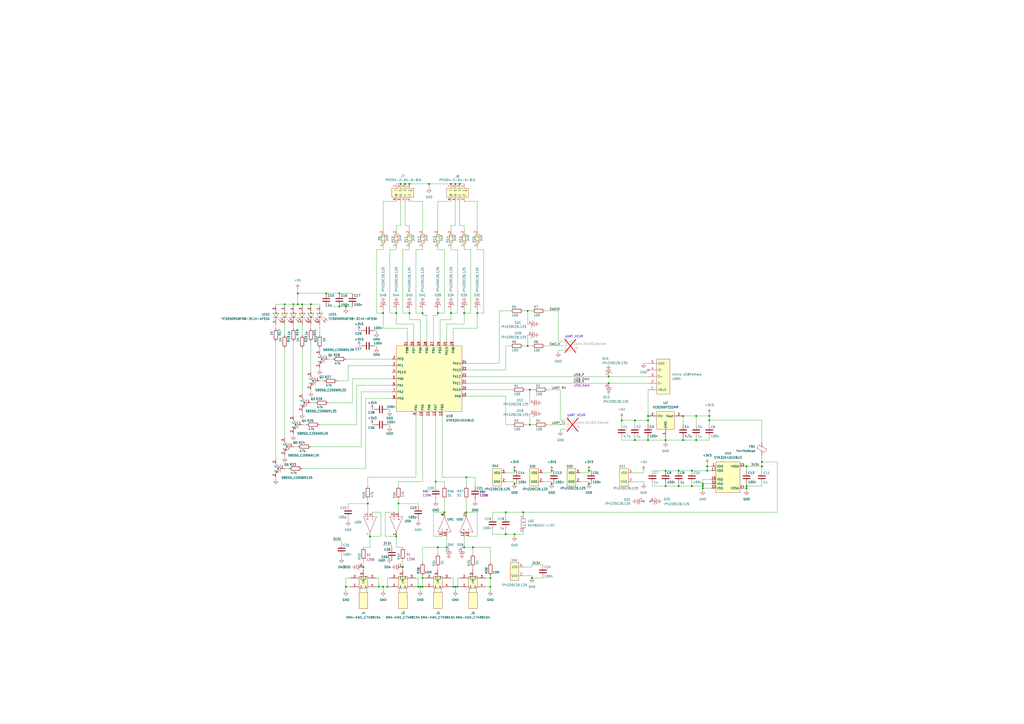
<source format=kicad_sch>
(kicad_sch (version 20250114) (generator "eeschema") (generator_version "9.0")
  (paper "A2")
  (lib_symbols
    (symbol "000_RyansSymbols:0603WAF340JT5E"
      (property "Reference" "R" (at 0 5.08 0))
      (property "Value" "0603WAF340JT5E" (at 0 -5.08 0))
      (symbol "0603WAF340JT5E_0_1"
        (pin input line (at -5.08 0 0) (length 2.54) (name "1") (number "1"))
        (pin input line (at 5.08 0 180) (length 2.54) (name "2") (number "2"))
      )
    )
    (symbol "000_RyansSymbols:IP4220CZ6,125"
      (property "Reference" "D" (at 0 8.89 0))
      (property "Value" "IP4220CZ6,125" (at 0 -4.064 0))
      (symbol "IP4220CZ6,125_1_1"
        (pin bidirectional line (at -8.89 0 0) (length 2.54) (name "") (number "1"))
      )
      (symbol "IP4220CZ6,125_2_1"
        (pin bidirectional line (at -8.89 0 0) (length 2.54) (name "") (number "3"))
      )
      (symbol "IP4220CZ6,125_3_1"
        (pin bidirectional line (at -8.89 0 0) (length 2.54) (name "") (number "4"))
      )
      (symbol "IP4220CZ6,125_4_1"
        (pin bidirectional line (at -8.89 0 0) (length 2.54) (name "") (number "6"))
      )
      (symbol "IP4220CZ6,125_5_1"
        (pin power_in line (at -5.08 5.08 0) (length 2.54) (name "VDD") (number "5"))
        (pin power_in line (at -5.08 0 0) (length 2.54) (name "GND") (number "2"))
      )
    )
    (symbol "000_RyansSymbols:MCP6024T-I_ST"
      (property "Reference" "U" (at 2.286 3.81 0))
      (property "Value" "MCP6024T-I/ST" (at 0 -5.08 0))
      (symbol "MCP6024T-I_ST_1_1"
        (pin unspecified line (at -6.35 1.27 0) (length 2.54) (name "") (number "2"))
        (pin unspecified line (at -6.35 -1.27 0) (length 2.54) (name "") (number "3"))
        (pin unspecified line (at 7.62 0 180) (length 2.54) (name "") (number "1"))
      )
      (symbol "MCP6024T-I_ST_2_1"
        (pin unspecified line (at -6.35 1.27 0) (length 2.54) (name "") (number "6"))
        (pin unspecified line (at -6.35 -1.27 0) (length 2.54) (name "") (number "5"))
        (pin unspecified line (at 7.62 0 180) (length 2.54) (name "") (number "7"))
      )
      (symbol "MCP6024T-I_ST_3_1"
        (pin unspecified line (at -6.35 1.27 0) (length 2.54) (name "") (number "9"))
        (pin unspecified line (at -6.35 -1.27 0) (length 2.54) (name "") (number "10"))
        (pin unspecified line (at 7.62 0 180) (length 2.54) (name "") (number "8"))
      )
      (symbol "MCP6024T-I_ST_4_1"
        (pin unspecified line (at -6.35 1.27 0) (length 2.54) (name "") (number "13"))
        (pin unspecified line (at -6.35 -1.27 0) (length 2.54) (name "") (number "12"))
        (pin unspecified line (at 7.62 0 180) (length 2.54) (name "") (number "14"))
      )
      (symbol "MCP6024T-I_ST_5_1"
        (pin unspecified line (at 0 5.08 270) (length 2.54) (name "") (number "4"))
        (pin unspecified line (at 0 -5.08 90) (length 2.54) (name "") (number "11"))
      )
    )
    (symbol "000_RyansSymbols:PM254-2-04-W-8.5"
      (property "Reference" "U" (at 0 8.89 0))
      (property "Value" "PM254-2-04-W-8.5" (at 0 -8.89 0))
      (symbol "PM254-2-04-W-8.5_0_1"
        (pin unspecified line (at -5.08 3.81 0) (length 2.54) (name "1") (number "1"))
        (pin unspecified line (at -5.08 1.27 0) (length 2.54) (name "3") (number "3"))
        (pin unspecified line (at -5.08 -1.27 0) (length 2.54) (name "5") (number "5"))
        (pin unspecified line (at -5.08 -3.81 0) (length 2.54) (name "7") (number "7"))
        (pin unspecified line (at 5.08 3.81 180) (length 2.54) (name "2") (number "2"))
        (pin unspecified line (at 5.08 1.27 180) (length 2.54) (name "4") (number "4"))
        (pin unspecified line (at 5.08 -1.27 180) (length 2.54) (name "6") (number "6"))
        (pin unspecified line (at 5.08 -3.81 180) (length 2.54) (name "8") (number "8"))
      )
    )
    (symbol "000_RyansSymbols:S8050_C20069125"
      (property "Reference" "Q" (at 0 10.16 0))
      (property "Value" "S8050_C20069125" (at 0 -10.16 0))
      (symbol "S8050_C20069125_0_1"
        (pin input line (at -2.54 0 0) (length 2.54) (name "B") (number "1"))
        (pin input line (at 2.54 5.08 270) (length 2.54) (name "C") (number "3"))
        (pin input line (at 2.54 -5.08 90) (length 2.54) (name "E") (number "2"))
      )
    )
    (symbol "000_RyansSymbols:SMA-KWE_C7498154"
      (property "Reference" "J" (at 0 12.7 0))
      (property "Value" "SMA-KWE_C7498154" (at 0 -12.7 0))
      (symbol "SMA-KWE_C7498154_0_1"
        (pin unspecified line (at -2.54 7.62 270) (length 5.08) (name "1") (number "1"))
        (pin unspecified line (at -2.54 -7.62 90) (length 5.08) (name "4") (number "4"))
        (pin unspecified line (at 2.54 7.62 270) (length 5.08) (name "2") (number "2"))
        (pin unspecified line (at 2.54 -7.62 90) (length 5.08) (name "3") (number "3"))
        (pin unspecified line (at 7.62 0 180) (length 5.08) (name "5") (number "5"))
      )
    )
    (symbol "000_RyansSymbols:STM32G431KBUx_Ryan" (exclude_from_sim yes) (in_bom no) (on_board no)
      (property "Reference" "U" (at -19.812 20.32 0))
      (property "Value" "STM32G431KBUx" (at -33.274 22.352 0))
      (symbol "STM32G431KBUx_Ryan_1_1"
        (pin power_in line (at -8.89 2.54 0) (length 2.54) (name "VDD") (number "1"))
        (pin power_in line (at -8.89 0 0) (length 2.54) (name "VDD") (number "17"))
        (pin power_in line (at -8.89 -5.08 0) (length 2.54) (name "VSS") (number "16"))
        (pin passive line (at -8.89 -7.62 0) (length 2.54) (name "VSS") (number "32"))
        (pin passive line (at -8.89 -10.16 0) (length 2.54) (name "VSS") (number "33"))
        (pin power_in line (at 10.16 2.54 180) (length 2.54) (name "VDDA") (number "15"))
        (pin power_in line (at 10.16 -10.16 180) (length 2.54) (name "VSSA") (number "14"))
      )
      (symbol "STM32G431KBUx_Ryan_2_1"
        (pin bidirectional line (at -21.59 11.43 0) (length 2.54) (name "PF0") (number "2"))
        (pin bidirectional line (at -21.59 7.62 0) (length 2.54) (name "PF1") (number "3"))
        (pin bidirectional line (at -21.59 3.81 0) (length 2.54) (name "PG10") (number "4"))
        (pin bidirectional line (at -21.59 0 0) (length 2.54) (name "PA0") (number "5"))
        (pin bidirectional line (at -21.59 -3.81 0) (length 2.54) (name "PA1") (number "6"))
        (pin bidirectional line (at -21.59 -7.62 0) (length 2.54) (name "PA2") (number "7"))
        (pin bidirectional line (at -21.59 -11.43 0) (length 2.54) (name "PA3") (number "8"))
        (pin bidirectional line (at -12.7 21.59 270) (length 2.54) (name "PB8") (number "31"))
        (pin bidirectional line (at -8.89 21.59 270) (length 2.54) (name "PB7") (number "30"))
        (pin bidirectional line (at -7.62 -21.59 90) (length 2.54) (name "PA4") (number "9"))
        (pin bidirectional line (at -5.08 21.59 270) (length 2.54) (name "PB6") (number "29"))
        (pin bidirectional line (at -3.81 -21.59 90) (length 2.54) (name "PA5") (number "10"))
        (pin bidirectional line (at -1.27 21.59 270) (length 2.54) (name "PB5") (number "28"))
        (pin bidirectional line (at 0 -21.59 90) (length 2.54) (name "PA6") (number "11"))
        (pin bidirectional line (at 2.54 21.59 270) (length 2.54) (name "PB4") (number "27"))
        (pin bidirectional line (at 3.81 -21.59 90) (length 2.54) (name "PA7") (number "12"))
        (pin bidirectional line (at 6.35 21.59 270) (length 2.54) (name "PB3") (number "26"))
        (pin bidirectional line (at 7.62 -21.59 90) (length 2.54) (name "PB0") (number "13"))
        (pin bidirectional line (at 10.16 21.59 270) (length 2.54) (name "PA15") (number "25"))
        (pin bidirectional line (at 13.97 21.59 270) (length 2.54) (name "PA8") (number "18"))
        (pin bidirectional line (at 21.59 8.89 180) (length 2.54) (name "PA14") (number "24"))
        (pin bidirectional line (at 21.59 5.08 180) (length 2.54) (name "PA13") (number "23"))
        (pin bidirectional line (at 21.59 1.27 180) (length 2.54) (name "PA12") (number "22"))
        (pin bidirectional line (at 21.59 -2.54 180) (length 2.54) (name "PA11") (number "21"))
        (pin bidirectional line (at 21.59 -6.35 180) (length 2.54) (name "PA10") (number "20"))
        (pin bidirectional line (at 21.59 -10.16 180) (length 2.54) (name "PA9") (number "19"))
      )
    )
    (symbol "000_RyansSymbols:TC5050RGBF08-3CJH-AF53A"
      (property "Reference" "LED" (at 0 10.16 0))
      (property "Value" "TC5050RGBF08-3CJH-AF53A" (at 0 -10.16 0))
      (symbol "TC5050RGBF08-3CJH-AF53A_0_1"
        (pin unspecified line (at -5.08 5.08 0) (length 2.54) (name "+") (number "1"))
        (pin unspecified line (at -5.08 0 0) (length 2.54) (name "+") (number "2"))
        (pin unspecified line (at -5.08 -5.08 0) (length 2.54) (name "+") (number "3"))
        (pin unspecified line (at 5.08 5.08 180) (length 2.54) (name "-") (number "6"))
        (pin unspecified line (at 5.08 0 180) (length 2.54) (name "-") (number "5"))
        (pin unspecified line (at 5.08 -5.08 180) (length 2.54) (name "-") (number "4"))
      )
    )
    (symbol "000_RyansSymbols:XC6206P332MR"
      (property "Reference" "U" (at 0 10.16 0))
      (property "Value" "XC6206P332MR" (at 0 -10.16 0))
      (property "Footprint" "000_RyansFootprints:SOT-23-3_L2.9-W1.6-P1.90-LS2.8-BR" (at 0 -12.7 0))
      (symbol "XC6206P332MR_1_1"
        (pin power_in line (at -10.16 5.08 0) (length 5.08) (name "Vin") (number "2"))
        (pin power_in line (at 0 -7.62 90) (length 5.08) (name "GND") (number "1"))
        (pin power_out line (at 10.16 5.08 180) (length 5.08) (name "Vout") (number "3"))
      )
    )
    (symbol "000_RyansSymbols:microUSBFemale"
      (property "Reference" "USB" (at 0 11.684 0))
      (property "Value" "micro USBFemale" (at 0.254 -11.938 0))
      (symbol "microUSBFemale_1_1"
        (pin power_out line (at 8.89 7.62 180) (length 5.08) (name "VBUS") (number "1"))
        (pin bidirectional line (at 8.89 3.81 180) (length 5.08) (name "D-") (number "2"))
        (pin bidirectional line (at 8.89 0 180) (length 5.08) (name "D+") (number "3"))
        (pin bidirectional line (at 8.89 -3.81 180) (length 5.08) (name "ID") (number "4"))
        (pin power_out line (at 8.89 -7.62 180) (length 5.08) (name "GND") (number "5"))
      )
    )
    (symbol "Connector:Conn_01x03_Socket" (pin_names (offset 1.016) (hide yes))
      (property "Reference" "J" (at 0 5.08 0))
      (property "Value" "Conn_01x03_Socket" (at 0 -5.08 0))
      (symbol "Conn_01x03_Socket_1_1"
        (pin passive line (at -5.08 2.54 0) (length 3.81) (name "Pin_1") (number "1"))
        (pin passive line (at -5.08 0 0) (length 3.81) (name "Pin_2") (number "2"))
        (pin passive line (at -5.08 -2.54 0) (length 3.81) (name "Pin_3") (number "3"))
      )
    )
    (symbol "Device:C" (pin_numbers (hide yes)) (pin_names (offset 0.254))
      (property "Reference" "C" (at 0.635 2.54 0))
      (property "Value" "C" (at 0.635 -2.54 0))
      (symbol "C_1_1"
        (pin passive line (at 0 3.81 270) (length 2.794) (name "~") (number "1"))
        (pin passive line (at 0 -3.81 90) (length 2.794) (name "~") (number "2"))
      )
    )
    (symbol "Device:FerriteBead" (pin_numbers (hide yes)) (pin_names (offset 0))
      (property "Reference" "FB" (at -3.81 0.635 90))
      (property "Value" "FerriteBead" (at 3.81 0 90))
      (symbol "FerriteBead_1_1"
        (pin passive line (at 0 3.81 270) (length 2.54) (name "~") (number "1"))
        (pin passive line (at 0 -3.81 90) (length 2.54) (name "~") (number "2"))
      )
    )
    (symbol "Device:R" (pin_numbers (hide yes)) (pin_names (offset 0))
      (property "Reference" "R" (at 2.032 0 90))
      (property "Value" "R" (at 0 0 90))
      (symbol "R_1_1"
        (pin passive line (at 0 3.81 270) (length 1.27) (name "~") (number "1"))
        (pin passive line (at 0 -3.81 90) (length 1.27) (name "~") (number "2"))
      )
    )
    (symbol "IP4220CZ6,125_1"
      (property "Reference" "D" (at 0 8.89 0))
      (property "Value" "IP4220CZ6,125" (at 0 -4.064 0))
      (symbol "IP4220CZ6,125_1_1_1"
        (pin bidirectional line (at -8.89 0 0) (length 2.54) (name "PROTECT_1") (number "1"))
      )
      (symbol "IP4220CZ6,125_1_2_1"
        (pin bidirectional line (at -8.89 0 0) (length 2.54) (name "PROTECT_2") (number "3"))
      )
      (symbol "IP4220CZ6,125_1_3_1"
        (pin bidirectional line (at -8.89 0 0) (length 2.54) (name "PROTECT_3") (number "4"))
      )
      (symbol "IP4220CZ6,125_1_4_1"
        (pin bidirectional line (at -8.89 0 0) (length 2.54) (name "PROTECT_4") (number "6"))
      )
      (symbol "IP4220CZ6,125_1_5_1"
        (pin bidirectional line (at -5.08 5.08 0) (length 2.54) (name "VDD") (number "5"))
        (pin power_in line (at -5.08 0 0) (length 2.54) (name "GND") (number "2"))
      )
    )
    (symbol "IP4220CZ6,125_10"
      (property "Reference" "D" (at 0 8.89 0))
      (property "Value" "IP4220CZ6,125" (at 0 -4.064 0))
      (symbol "IP4220CZ6,125_10_1_1"
        (pin bidirectional line (at -8.89 0 0) (length 2.54) (name "") (number "1"))
      )
      (symbol "IP4220CZ6,125_10_2_1"
        (pin bidirectional line (at -8.89 0 0) (length 2.54) (name "") (number "3"))
      )
      (symbol "IP4220CZ6,125_10_3_1"
        (pin bidirectional line (at -8.89 0 0) (length 2.54) (name "") (number "4"))
      )
      (symbol "IP4220CZ6,125_10_4_1"
        (pin bidirectional line (at -8.89 0 0) (length 2.54) (name "") (number "6"))
      )
      (symbol "IP4220CZ6,125_10_5_1"
        (pin power_in line (at -5.08 5.08 0) (length 2.54) (name "VDD") (number "5"))
        (pin power_in line (at -5.08 0 0) (length 2.54) (name "GND") (number "2"))
      )
    )
    (symbol "IP4220CZ6,125_11"
      (property "Reference" "D" (at 0 8.89 0))
      (property "Value" "IP4220CZ6,125" (at 0 -4.064 0))
      (symbol "IP4220CZ6,125_11_1_1"
        (pin bidirectional line (at -8.89 0 0) (length 2.54) (name "") (number "1"))
      )
      (symbol "IP4220CZ6,125_11_2_1"
        (pin bidirectional line (at -8.89 0 0) (length 2.54) (name "") (number "3"))
      )
      (symbol "IP4220CZ6,125_11_3_1"
        (pin bidirectional line (at -8.89 0 0) (length 2.54) (name "") (number "4"))
      )
      (symbol "IP4220CZ6,125_11_4_1"
        (pin bidirectional line (at -8.89 0 0) (length 2.54) (name "") (number "6"))
      )
      (symbol "IP4220CZ6,125_11_5_1"
        (pin power_in line (at -5.08 5.08 0) (length 2.54) (name "VDD") (number "5"))
        (pin power_in line (at -5.08 0 0) (length 2.54) (name "GND") (number "2"))
      )
    )
    (symbol "IP4220CZ6,125_12"
      (property "Reference" "D" (at 0 8.89 0))
      (property "Value" "IP4220CZ6,125" (at 0 -4.064 0))
      (symbol "IP4220CZ6,125_12_1_1"
        (pin bidirectional line (at -8.89 0 0) (length 2.54) (name "") (number "1"))
      )
      (symbol "IP4220CZ6,125_12_2_1"
        (pin bidirectional line (at -8.89 0 0) (length 2.54) (name "") (number "3"))
      )
      (symbol "IP4220CZ6,125_12_3_1"
        (pin bidirectional line (at -8.89 0 0) (length 2.54) (name "") (number "4"))
      )
      (symbol "IP4220CZ6,125_12_4_1"
        (pin bidirectional line (at -8.89 0 0) (length 2.54) (name "") (number "6"))
      )
      (symbol "IP4220CZ6,125_12_5_1"
        (pin power_in line (at -5.08 5.08 0) (length 2.54) (name "VDD") (number "5"))
        (pin power_in line (at -5.08 0 0) (length 2.54) (name "GND") (number "2"))
      )
    )
    (symbol "IP4220CZ6,125_13"
      (property "Reference" "D" (at 0 8.89 0))
      (property "Value" "IP4220CZ6,125" (at 0 -4.064 0))
      (symbol "IP4220CZ6,125_13_1_1"
        (pin bidirectional line (at -8.89 0 0) (length 2.54) (name "") (number "1"))
      )
      (symbol "IP4220CZ6,125_13_2_1"
        (pin bidirectional line (at -8.89 0 0) (length 2.54) (name "") (number "3"))
      )
      (symbol "IP4220CZ6,125_13_3_1"
        (pin bidirectional line (at -8.89 0 0) (length 2.54) (name "") (number "4"))
      )
      (symbol "IP4220CZ6,125_13_4_1"
        (pin bidirectional line (at -8.89 0 0) (length 2.54) (name "") (number "6"))
      )
      (symbol "IP4220CZ6,125_13_5_1"
        (pin power_in line (at -5.08 5.08 0) (length 2.54) (name "VDD") (number "5"))
        (pin power_in line (at -5.08 0 0) (length 2.54) (name "GND") (number "2"))
      )
    )
    (symbol "IP4220CZ6,125_14"
      (property "Reference" "D" (at 0 8.89 0))
      (property "Value" "IP4220CZ6,125" (at 0 -4.064 0))
      (symbol "IP4220CZ6,125_14_1_1"
        (pin bidirectional line (at -8.89 0 0) (length 2.54) (name "") (number "1"))
      )
      (symbol "IP4220CZ6,125_14_2_1"
        (pin bidirectional line (at -8.89 0 0) (length 2.54) (name "") (number "3"))
      )
      (symbol "IP4220CZ6,125_14_3_1"
        (pin bidirectional line (at -8.89 0 0) (length 2.54) (name "") (number "4"))
      )
      (symbol "IP4220CZ6,125_14_4_1"
        (pin bidirectional line (at -8.89 0 0) (length 2.54) (name "") (number "6"))
      )
      (symbol "IP4220CZ6,125_14_5_1"
        (pin power_in line (at -5.08 5.08 0) (length 2.54) (name "VDD") (number "5"))
        (pin power_in line (at -5.08 0 0) (length 2.54) (name "GND") (number "2"))
      )
    )
    (symbol "IP4220CZ6,125_15"
      (property "Reference" "D" (at 0 8.89 0))
      (property "Value" "IP4220CZ6,125" (at 0 -4.064 0))
      (symbol "IP4220CZ6,125_15_1_1"
        (pin bidirectional line (at -8.89 0 0) (length 2.54) (name "") (number "1"))
      )
      (symbol "IP4220CZ6,125_15_2_1"
        (pin bidirectional line (at -8.89 0 0) (length 2.54) (name "") (number "3"))
      )
      (symbol "IP4220CZ6,125_15_3_1"
        (pin bidirectional line (at -8.89 0 0) (length 2.54) (name "") (number "4"))
      )
      (symbol "IP4220CZ6,125_15_4_1"
        (pin bidirectional line (at -8.89 0 0) (length 2.54) (name "") (number "6"))
      )
      (symbol "IP4220CZ6,125_15_5_1"
        (pin power_in line (at -5.08 5.08 0) (length 2.54) (name "VDD") (number "5"))
        (pin power_in line (at -5.08 0 0) (length 2.54) (name "GND") (number "2"))
      )
    )
    (symbol "IP4220CZ6,125_16"
      (property "Reference" "D" (at 0 8.89 0))
      (property "Value" "IP4220CZ6,125" (at 0 -4.064 0))
      (symbol "IP4220CZ6,125_16_1_1"
        (pin bidirectional line (at -8.89 0 0) (length 2.54) (name "") (number "1"))
      )
      (symbol "IP4220CZ6,125_16_2_1"
        (pin bidirectional line (at -8.89 0 0) (length 2.54) (name "") (number "3"))
      )
      (symbol "IP4220CZ6,125_16_3_1"
        (pin bidirectional line (at -8.89 0 0) (length 2.54) (name "") (number "4"))
      )
      (symbol "IP4220CZ6,125_16_4_1"
        (pin bidirectional line (at -8.89 0 0) (length 2.54) (name "") (number "6"))
      )
      (symbol "IP4220CZ6,125_16_5_1"
        (pin power_in line (at -5.08 5.08 0) (length 2.54) (name "VDD") (number "5"))
        (pin power_in line (at -5.08 0 0) (length 2.54) (name "GND") (number "2"))
      )
    )
    (symbol "IP4220CZ6,125_17"
      (property "Reference" "D" (at 0 8.89 0))
      (property "Value" "IP4220CZ6,125" (at 0 -4.064 0))
      (symbol "IP4220CZ6,125_17_1_1"
        (pin bidirectional line (at -8.89 0 0) (length 2.54) (name "") (number "1"))
      )
      (symbol "IP4220CZ6,125_17_2_1"
        (pin bidirectional line (at -8.89 0 0) (length 2.54) (name "") (number "3"))
      )
      (symbol "IP4220CZ6,125_17_3_1"
        (pin bidirectional line (at -8.89 0 0) (length 2.54) (name "") (number "4"))
      )
      (symbol "IP4220CZ6,125_17_4_1"
        (pin bidirectional line (at -8.89 0 0) (length 2.54) (name "") (number "6"))
      )
      (symbol "IP4220CZ6,125_17_5_1"
        (pin power_in line (at -5.08 5.08 0) (length 2.54) (name "VDD") (number "5"))
        (pin power_in line (at -5.08 0 0) (length 2.54) (name "GND") (number "2"))
      )
    )
    (symbol "IP4220CZ6,125_2"
      (property "Reference" "D" (at 0 8.89 0))
      (property "Value" "IP4220CZ6,125" (at 0 -4.064 0))
      (symbol "IP4220CZ6,125_2_1_1"
        (pin bidirectional line (at -8.89 0 0) (length 2.54) (name "PROTECT_1") (number "1"))
      )
      (symbol "IP4220CZ6,125_2_2_1"
        (pin bidirectional line (at -8.89 0 0) (length 2.54) (name "PROTECT_2") (number "3"))
      )
      (symbol "IP4220CZ6,125_2_3_1"
        (pin bidirectional line (at -8.89 0 0) (length 2.54) (name "PROTECT_3") (number "4"))
      )
      (symbol "IP4220CZ6,125_2_4_1"
        (pin bidirectional line (at -8.89 0 0) (length 2.54) (name "PROTECT_4") (number "6"))
      )
      (symbol "IP4220CZ6,125_2_5_1"
        (pin power_in line (at -5.08 5.08 0) (length 2.54) (name "VDD") (number "5"))
        (pin power_in line (at -5.08 0 0) (length 2.54) (name "GND") (number "2"))
      )
    )
    (symbol "IP4220CZ6,125_3"
      (property "Reference" "D" (at 0 8.89 0))
      (property "Value" "IP4220CZ6,125" (at 0 -4.064 0))
      (symbol "IP4220CZ6,125_3_1_1"
        (pin bidirectional line (at -8.89 0 0) (length 2.54) (name "PROTECT_1") (number "1"))
      )
      (symbol "IP4220CZ6,125_3_2_1"
        (pin bidirectional line (at -8.89 0 0) (length 2.54) (name "PROTECT_2") (number "3"))
      )
      (symbol "IP4220CZ6,125_3_3_1"
        (pin bidirectional line (at -8.89 0 0) (length 2.54) (name "PROTECT_3") (number "4"))
      )
      (symbol "IP4220CZ6,125_3_4_1"
        (pin bidirectional line (at -8.89 0 0) (length 2.54) (name "PROTECT_4") (number "6"))
      )
      (symbol "IP4220CZ6,125_3_5_1"
        (pin power_in line (at -5.08 5.08 0) (length 2.54) (name "VDD") (number "5"))
        (pin power_in line (at -5.08 0 0) (length 2.54) (name "GND") (number "2"))
      )
    )
    (symbol "IP4220CZ6,125_4"
      (property "Reference" "D" (at 0 8.89 0))
      (property "Value" "IP4220CZ6,125" (at 0 -4.064 0))
      (symbol "IP4220CZ6,125_4_1_1"
        (pin bidirectional line (at -8.89 0 0) (length 2.54) (name "") (number "1"))
      )
      (symbol "IP4220CZ6,125_4_2_1"
        (pin bidirectional line (at -8.89 0 0) (length 2.54) (name "") (number "3"))
      )
      (symbol "IP4220CZ6,125_4_3_1"
        (pin bidirectional line (at -8.89 0 0) (length 2.54) (name "") (number "4"))
      )
      (symbol "IP4220CZ6,125_4_4_1"
        (pin bidirectional line (at -8.89 0 0) (length 2.54) (name "") (number "6"))
      )
      (symbol "IP4220CZ6,125_4_5_1"
        (pin power_in line (at -5.08 5.08 0) (length 2.54) (name "VDD") (number "5"))
        (pin power_in line (at -5.08 0 0) (length 2.54) (name "GND") (number "2"))
      )
    )
    (symbol "IP4220CZ6,125_5"
      (property "Reference" "D" (at 0 8.89 0))
      (property "Value" "IP4220CZ6,125" (at 0 -4.064 0))
      (symbol "IP4220CZ6,125_5_1_1"
        (pin bidirectional line (at -8.89 0 0) (length 2.54) (name "") (number "1"))
      )
      (symbol "IP4220CZ6,125_5_2_1"
        (pin bidirectional line (at -8.89 0 0) (length 2.54) (name "") (number "3"))
      )
      (symbol "IP4220CZ6,125_5_3_1"
        (pin bidirectional line (at -8.89 0 0) (length 2.54) (name "") (number "4"))
      )
      (symbol "IP4220CZ6,125_5_4_1"
        (pin bidirectional line (at -8.89 0 0) (length 2.54) (name "") (number "6"))
      )
      (symbol "IP4220CZ6,125_5_5_1"
        (pin power_in line (at -5.08 5.08 0) (length 2.54) (name "VDD") (number "5"))
        (pin power_in line (at -5.08 0 0) (length 2.54) (name "GND") (number "2"))
      )
    )
    (symbol "IP4220CZ6,125_6"
      (property "Reference" "D" (at 0 8.89 0))
      (property "Value" "IP4220CZ6,125" (at 0 -4.064 0))
      (symbol "IP4220CZ6,125_6_1_1"
        (pin bidirectional line (at -8.89 0 0) (length 2.54) (name "") (number "1"))
      )
      (symbol "IP4220CZ6,125_6_2_1"
        (pin bidirectional line (at -8.89 0 0) (length 2.54) (name "") (number "3"))
      )
      (symbol "IP4220CZ6,125_6_3_1"
        (pin bidirectional line (at -8.89 0 0) (length 2.54) (name "") (number "4"))
      )
      (symbol "IP4220CZ6,125_6_4_1"
        (pin bidirectional line (at -8.89 0 0) (length 2.54) (name "") (number "6"))
      )
      (symbol "IP4220CZ6,125_6_5_1"
        (pin power_in line (at -5.08 5.08 0) (length 2.54) (name "VDD") (number "5"))
        (pin power_in line (at -5.08 0 0) (length 2.54) (name "GND") (number "2"))
      )
    )
    (symbol "IP4220CZ6,125_7"
      (property "Reference" "D" (at 0 8.89 0))
      (property "Value" "IP4220CZ6,125" (at 0 -4.064 0))
      (symbol "IP4220CZ6,125_7_1_1"
        (pin bidirectional line (at -8.89 0 0) (length 2.54) (name "") (number "1"))
      )
      (symbol "IP4220CZ6,125_7_2_1"
        (pin bidirectional line (at -8.89 0 0) (length 2.54) (name "") (number "3"))
      )
      (symbol "IP4220CZ6,125_7_3_1"
        (pin bidirectional line (at -8.89 0 0) (length 2.54) (name "") (number "4"))
      )
      (symbol "IP4220CZ6,125_7_4_1"
        (pin bidirectional line (at -8.89 0 0) (length 2.54) (name "") (number "6"))
      )
      (symbol "IP4220CZ6,125_7_5_1"
        (pin power_in line (at -5.08 5.08 0) (length 2.54) (name "VDD") (number "5"))
        (pin power_in line (at -5.08 0 0) (length 2.54) (name "GND") (number "2"))
      )
    )
    (symbol "IP4220CZ6,125_8"
      (property "Reference" "D" (at 0 8.89 0))
      (property "Value" "IP4220CZ6,125" (at 0 -4.064 0))
      (symbol "IP4220CZ6,125_8_1_1"
        (pin bidirectional line (at -8.89 0 0) (length 2.54) (name "") (number "1"))
      )
      (symbol "IP4220CZ6,125_8_2_1"
        (pin bidirectional line (at -8.89 0 0) (length 2.54) (name "") (number "3"))
      )
      (symbol "IP4220CZ6,125_8_3_1"
        (pin bidirectional line (at -8.89 0 0) (length 2.54) (name "") (number "4"))
      )
      (symbol "IP4220CZ6,125_8_4_1"
        (pin bidirectional line (at -8.89 0 0) (length 2.54) (name "") (number "6"))
      )
      (symbol "IP4220CZ6,125_8_5_1"
        (pin power_in line (at -5.08 5.08 0) (length 2.54) (name "VDD") (number "5"))
        (pin power_in line (at -5.08 0 0) (length 2.54) (name "GND") (number "2"))
      )
    )
    (symbol "IP4220CZ6,125_9"
      (property "Reference" "D" (at 0 8.89 0))
      (property "Value" "IP4220CZ6,125" (at 0 -4.064 0))
      (symbol "IP4220CZ6,125_9_1_1"
        (pin bidirectional line (at -8.89 0 0) (length 2.54) (name "") (number "1"))
      )
      (symbol "IP4220CZ6,125_9_2_1"
        (pin bidirectional line (at -8.89 0 0) (length 2.54) (name "") (number "3"))
      )
      (symbol "IP4220CZ6,125_9_3_1"
        (pin bidirectional line (at -8.89 0 0) (length 2.54) (name "") (number "4"))
      )
      (symbol "IP4220CZ6,125_9_4_1"
        (pin bidirectional line (at -8.89 0 0) (length 2.54) (name "") (number "6"))
      )
      (symbol "IP4220CZ6,125_9_5_1"
        (pin power_in line (at -5.08 5.08 0) (length 2.54) (name "VDD") (number "5"))
        (pin power_in line (at -5.08 0 0) (length 2.54) (name "GND") (number "2"))
      )
    )
    (symbol "power:+3V3" (power) (pin_numbers (hide yes)) (pin_names (offset 0) (hide yes))
      (property "Value" "+3V3" (at 0 3.556 0))
      (symbol "+3V3_1_1"
        (pin power_in line (at 0 0 90) (length 0) (name "~") (number "1"))
      )
    )
    (symbol "power:+5V" (power) (pin_numbers (hide yes)) (pin_names (offset 0) (hide yes))
      (property "Value" "+5V" (at 0 3.556 0))
      (symbol "+5V_1_1"
        (pin power_in line (at 0 0 90) (length 0) (name "~") (number "1"))
      )
    )
    (symbol "power:GND" (power) (pin_numbers (hide yes)) (pin_names (offset 0) (hide yes))
      (property "Value" "GND" (at 0 -3.81 0))
      (symbol "GND_1_1"
        (pin power_in line (at 0 0 270) (length 0) (name "~") (number "1"))
      )
    )
  )
  (text "UART XCVR" (at 332.994 195.326 0) (effects (font (size 1.27 1.27))))
  (text "UART XCVR" (at 334.264 241.046 0) (effects (font (size 1.27 1.27))))
  (junction (at 306.07 200.66))
  (junction (at 257.81 297.18))
  (junction (at 284.48 335.28))
  (junction (at 403.86 241.3))
  (junction (at 293.37 297.18))
  (junction (at 308.61 335.28))
  (junction (at 213.36 292.1))
  (junction (at 180.34 176.53))
  (junction (at 200.66 177.8))
  (junction (at 284.48 340.36))
  (junction (at 298.45 280.67))
  (junction (at 231.14 292.1))
  (junction (at 234.95 106.68))
  (junction (at 375.92 243.84))
  (junction (at 196.85 170.18))
  (junction (at 232.41 106.68))
  (junction (at 210.82 328.93))
  (junction (at 393.7 281.94))
  (junction (at 401.32 273.05))
  (junction (at 200.66 340.36))
  (junction (at 393.7 273.05))
  (junction (at 320.04 273.05))
  (junction (at 219.71 340.36))
  (junction (at 407.67 283.21))
  (junction (at 189.23 170.18))
  (junction (at 270.51 276.86))
  (junction (at 265.43 340.36))
  (junction (at 441.96 270.51))
  (junction (at 165.1 176.53))
  (junction (at 172.72 170.18))
  (junction (at 441.96 267.97))
  (junction (at 254 317.5))
  (junction (at 410.21 273.05))
  (junction (at 224.79 340.36))
  (junction (at 269.24 317.5))
  (junction (at 261.62 106.68))
  (junction (at 172.72 176.53))
  (junction (at 242.57 340.36))
  (junction (at 396.24 255.27))
  (junction (at 368.3 243.84))
  (junction (at 196.85 177.8))
  (junction (at 410.21 270.51))
  (junction (at 433.07 283.21))
  (junction (at 237.49 181.61))
  (junction (at 433.07 281.94))
  (junction (at 375.92 255.27))
  (junction (at 303.53 297.18))
  (junction (at 274.32 317.5))
  (junction (at 237.49 106.68))
  (junction (at 229.87 181.61))
  (junction (at 411.48 243.84))
  (junction (at 245.11 340.36))
  (junction (at 320.04 280.67))
  (junction (at 307.34 246.38))
  (junction (at 360.68 243.84))
  (junction (at 214.63 311.15))
  (junction (at 307.34 226.06))
  (junction (at 222.25 340.36))
  (junction (at 264.16 106.68))
  (junction (at 341.63 273.05))
  (junction (at 386.08 273.05))
  (junction (at 407.67 280.67))
  (junction (at 386.08 255.27))
  (junction (at 245.11 181.61))
  (junction (at 386.08 281.94))
  (junction (at 276.86 181.61))
  (junction (at 243.84 340.36))
  (junction (at 270.51 297.18))
  (junction (at 375.92 241.3))
  (junction (at 298.45 273.05))
  (junction (at 403.86 255.27))
  (junction (at 407.67 281.94))
  (junction (at 306.07 180.34))
  (junction (at 245.11 335.28))
  (junction (at 175.26 176.53))
  (junction (at 401.32 281.94))
  (junction (at 433.07 270.51))
  (junction (at 233.68 328.93))
  (junction (at 396.24 241.3))
  (junction (at 248.92 106.68))
  (junction (at 368.3 255.27))
  (junction (at 293.37 309.88))
  (junction (at 261.62 181.61))
  (junction (at 269.24 181.61))
  (junction (at 298.45 309.88))
  (junction (at 353.06 222.25))
  (junction (at 266.7 106.68))
  (junction (at 262.89 340.36))
  (junction (at 170.18 176.53))
  (junction (at 252.73 279.4))
  (junction (at 264.16 340.36))
  (junction (at 254 181.61))
  (junction (at 341.63 280.67))
  (junction (at 353.06 218.44))
  (junction (at 411.48 241.3))
  (junction (at 229.87 311.15))
  (junction (at 259.08 317.5))
  (junction (at 222.25 181.61))
  (no_connect (at 375.92 214.63))
  (no_connect (at 377.19 290.83))
  (no_connect (at 373.38 290.83))
  (wire (pts (xy 264.16 340.36) (xy 265.43 340.36)))
  (wire (pts (xy 261.62 106.68) (xy 264.16 106.68)))
  (wire (pts (xy 190.5 208.28) (xy 193.04 208.28)))
  (wire (pts (xy 367.03 274.32) (xy 373.38 274.32)))
  (wire (pts (xy 252.73 289.56) (xy 252.73 290.83)))
  (wire (pts (xy 378.46 273.05) (xy 386.08 273.05)))
  (wire (pts (xy 264.16 340.36) (xy 264.16 342.9)))
  (wire (pts (xy 189.23 170.18) (xy 196.85 170.18)))
  (wire (pts (xy 270.51 222.25) (xy 353.06 222.25)))
  (wire (pts (xy 251.46 182.88) (xy 254 182.88)))
  (wire (pts (xy 270.51 281.94) (xy 270.51 276.86)))
  (wire (pts (xy 274.32 317.5) (xy 269.24 317.5)))
  (wire (pts (xy 396.24 255.27) (xy 403.86 255.27)))
  (wire (pts (xy 172.72 170.18) (xy 189.23 170.18)))
  (wire (pts (xy 229.87 106.68) (xy 232.41 106.68)))
  (wire (pts (xy 407.67 280.67) (xy 407.67 278.13)))
  (wire (pts (xy 407.67 278.13) (xy 412.75 278.13)))
  (wire (pts (xy 276.86 116.84) (xy 269.24 116.84)))
  (wire (pts (xy 293.37 309.88) (xy 285.75 309.88)))
  (wire (pts (xy 325.12 226.06) (xy 317.5 226.06)))
  (wire (pts (xy 242.57 340.36) (xy 243.84 340.36)))
  (wire (pts (xy 411.48 241.3) (xy 411.48 243.84)))
  (wire (pts (xy 218.44 200.66) (xy 218.44 201.93)))
  (wire (pts (xy 276.86 144.78) (xy 276.86 143.51)))
  (wire (pts (xy 285.75 297.18) (xy 285.75 299.72)))
  (wire (pts (xy 222.25 190.5) (xy 222.25 181.61)))
  (wire (pts (xy 441.96 280.67) (xy 441.96 281.94)))
  (wire (pts (xy 285.75 309.88) (xy 285.75 307.34)))
  (wire (pts (xy 257.81 181.61) (xy 257.81 144.78)))
  (wire (pts (xy 275.59 289.56) (xy 275.59 290.83)))
  (wire (pts (xy 237.49 144.78) (xy 237.49 143.51)))
  (wire (pts (xy 269.24 181.61) (xy 273.05 181.61)))
  (wire (pts (xy 270.51 214.63) (xy 293.37 214.63)))
  (wire (pts (xy 262.89 340.36) (xy 264.16 340.36)))
  (wire (pts (xy 375.92 255.27) (xy 368.3 255.27)))
  (wire (pts (xy 320.04 273.05) (xy 321.31 273.05)))
  (wire (pts (xy 254 116.84) (xy 261.62 116.84)))
  (wire (pts (xy 269.24 144.78) (xy 269.24 143.51)))
  (wire (pts (xy 210.82 317.5) (xy 214.63 317.5)))
  (wire (pts (xy 204.47 219.71) (xy 204.47 233.68)))
  (wire (pts (xy 265.43 144.78) (xy 261.62 144.78)))
  (wire (pts (xy 259.08 187.96) (xy 269.24 187.96)))
  (wire (pts (xy 165.1 201.93) (xy 165.1 254)))
  (wire (pts (xy 327.66 243.84) (xy 325.12 243.84)))
  (wire (pts (xy 264.16 116.84) (xy 264.16 130.81)))
  (wire (pts (xy 201.93 212.09) (xy 201.93 220.98)))
  (wire (pts (xy 441.96 243.84) (xy 411.48 243.84)))
  (wire (pts (xy 245.11 340.36) (xy 246.38 340.36)))
  (wire (pts (xy 386.08 254) (xy 386.08 255.27)))
  (wire (pts (xy 231.14 279.4) (xy 245.11 279.4)))
  (wire (pts (xy 170.18 176.53) (xy 170.18 177.8)))
  (wire (pts (xy 433.07 280.67) (xy 433.07 281.94)))
  (wire (pts (xy 411.48 254) (xy 411.48 255.27)))
  (wire (pts (xy 234.95 130.81) (xy 234.95 116.84)))
  (wire (pts (xy 160.02 198.12) (xy 160.02 266.7)))
  (wire (pts (xy 218.44 335.28) (xy 219.71 335.28)))
  (wire (pts (xy 233.68 144.78) (xy 237.49 144.78)))
  (wire (pts (xy 254 181.61) (xy 257.81 181.61)))
  (wire (pts (xy 441.96 256.54) (xy 441.96 243.84)))
  (wire (pts (xy 303.53 298.45) (xy 303.53 297.18)))
  (wire (pts (xy 180.34 233.68) (xy 182.88 233.68)))
  (wire (pts (xy 410.21 269.24) (xy 410.21 270.51)))
  (wire (pts (xy 269.24 181.61) (xy 269.24 179.07)))
  (wire (pts (xy 241.3 181.61) (xy 241.3 144.78)))
  (wire (pts (xy 336.55 274.32) (xy 341.63 274.32)))
  (wire (pts (xy 378.46 281.94) (xy 378.46 280.67)))
  (wire (pts (xy 368.3 243.84) (xy 368.3 246.38)))
  (wire (pts (xy 220.98 297.18) (xy 220.98 311.15)))
  (wire (pts (xy 232.41 106.68) (xy 234.95 106.68)))
  (wire (pts (xy 255.27 198.12) (xy 255.27 185.42)))
  (wire (pts (xy 234.95 106.68) (xy 237.49 106.68)))
  (wire (pts (xy 303.53 328.93) (xy 308.61 328.93)))
  (wire (pts (xy 212.09 231.14) (xy 212.09 271.78)))
  (wire (pts (xy 403.86 241.3) (xy 403.86 246.38)))
  (wire (pts (xy 231.14 292.1) (xy 231.14 297.18)))
  (wire (pts (xy 210.82 325.12) (xy 210.82 328.93)))
  (wire (pts (xy 433.07 281.94) (xy 441.96 281.94)))
  (wire (pts (xy 450.85 297.18) (xy 450.85 267.97)))
  (wire (pts (xy 303.53 297.18) (xy 293.37 297.18)))
  (wire (pts (xy 172.72 167.64) (xy 172.72 170.18)))
  (wire (pts (xy 219.71 335.28) (xy 219.71 340.36)))
  (wire (pts (xy 242.57 300.99) (xy 242.57 302.26)))
  (wire (pts (xy 386.08 281.94) (xy 378.46 281.94)))
  (wire (pts (xy 261.62 335.28) (xy 262.89 335.28)))
  (wire (pts (xy 172.72 170.18) (xy 172.72 176.53)))
  (wire (pts (xy 222.25 144.78) (xy 222.25 143.51)))
  (wire (pts (xy 237.49 106.68) (xy 248.92 106.68)))
  (wire (pts (xy 220.98 311.15) (xy 214.63 311.15)))
  (wire (pts (xy 323.85 203.2) (xy 326.39 203.2)))
  (wire (pts (xy 180.34 187.96) (xy 180.34 190.5)))
  (wire (pts (xy 245.11 181.61) (xy 245.11 182.88)))
  (wire (pts (xy 200.66 342.9) (xy 200.66 340.36)))
  (wire (pts (xy 200.66 208.28) (xy 227.33 208.28)))
  (wire (pts (xy 323.85 204.47) (xy 323.85 203.2)))
  (wire (pts (xy 245.11 335.28) (xy 246.38 335.28)))
  (wire (pts (xy 306.07 200.66) (xy 308.61 200.66)))
  (wire (pts (xy 393.7 273.05) (xy 401.32 273.05)))
  (wire (pts (xy 160.02 176.53) (xy 160.02 177.8)))
  (wire (pts (xy 207.01 223.52) (xy 207.01 246.38)))
  (wire (pts (xy 368.3 255.27) (xy 360.68 255.27)))
  (wire (pts (xy 276.86 190.5) (xy 276.86 181.61)))
  (wire (pts (xy 306.07 180.34) (xy 308.61 180.34)))
  (wire (pts (xy 170.18 259.08) (xy 172.72 259.08)))
  (wire (pts (xy 257.81 144.78) (xy 254 144.78)))
  (wire (pts (xy 160.02 187.96) (xy 160.02 190.5)))
  (wire (pts (xy 242.57 293.37) (xy 242.57 292.1)))
  (wire (pts (xy 281.94 335.28) (xy 284.48 335.28)))
  (wire (pts (xy 262.89 335.28) (xy 262.89 340.36)))
  (wire (pts (xy 215.9 246.38) (xy 217.17 246.38)))
  (wire (pts (xy 251.46 311.15) (xy 251.46 297.18)))
  (wire (pts (xy 298.45 273.05) (xy 298.45 274.32)))
  (wire (pts (xy 229.87 181.61) (xy 226.06 181.61)))
  (wire (pts (xy 180.34 198.12) (xy 180.34 215.9)))
  (wire (pts (xy 165.1 176.53) (xy 160.02 176.53)))
  (wire (pts (xy 284.48 334.01) (xy 284.48 335.28)))
  (wire (pts (xy 214.63 311.15) (xy 214.63 317.5)))
  (wire (pts (xy 165.1 271.78) (xy 167.64 271.78)))
  (wire (pts (xy 269.24 311.15) (xy 269.24 317.5)))
  (wire (pts (xy 325.12 248.92) (xy 327.66 248.92)))
  (wire (pts (xy 201.93 300.99) (xy 201.93 302.26)))
  (wire (pts (xy 175.26 176.53) (xy 180.34 176.53)))
  (wire (pts (xy 293.37 246.38) (xy 297.18 246.38)))
  (wire (pts (xy 200.66 335.28) (xy 203.2 335.28)))
  (wire (pts (xy 254 317.5) (xy 259.08 317.5)))
  (wire (pts (xy 323.85 198.12) (xy 323.85 180.34)))
  (wire (pts (xy 222.25 316.23) (xy 227.33 316.23)))
  (wire (pts (xy 237.49 179.07) (xy 237.49 181.61)))
  (wire (pts (xy 180.34 176.53) (xy 180.34 177.8)))
  (wire (pts (xy 293.37 214.63) (xy 293.37 200.66)))
  (wire (pts (xy 298.45 280.67) (xy 299.72 280.67)))
  (wire (pts (xy 298.45 309.88) (xy 293.37 309.88)))
  (wire (pts (xy 293.37 297.18) (xy 285.75 297.18)))
  (wire (pts (xy 252.73 279.4) (xy 252.73 241.3)))
  (wire (pts (xy 251.46 198.12) (xy 251.46 182.88)))
  (wire (pts (xy 266.7 116.84) (xy 266.7 130.81)))
  (wire (pts (xy 185.42 176.53) (xy 185.42 177.8)))
  (wire (pts (xy 306.07 180.34) (xy 306.07 187.96)))
  (wire (pts (xy 245.11 144.78) (xy 245.11 143.51)))
  (wire (pts (xy 304.8 226.06) (xy 307.34 226.06)))
  (wire (pts (xy 274.32 328.93) (xy 274.32 330.2)))
  (wire (pts (xy 198.12 314.96) (xy 198.12 313.69)))
  (wire (pts (xy 243.84 185.42) (xy 243.84 198.12)))
  (wire (pts (xy 231.14 281.94) (xy 231.14 279.4)))
  (wire (pts (xy 407.67 281.94) (xy 407.67 280.67)))
  (wire (pts (xy 219.71 340.36) (xy 222.25 340.36)))
  (wire (pts (xy 284.48 335.28) (xy 284.48 340.36)))
  (wire (pts (xy 223.52 297.18) (xy 223.52 311.15)))
  (wire (pts (xy 254 144.78) (xy 254 143.51)))
  (wire (pts (xy 262.89 190.5) (xy 276.86 190.5)))
  (wire (pts (xy 314.96 274.32) (xy 320.04 274.32)))
  (wire (pts (xy 403.86 255.27) (xy 411.48 255.27)))
  (wire (pts (xy 353.06 218.44) (xy 375.92 218.44)))
  (wire (pts (xy 201.93 292.1) (xy 213.36 292.1)))
  (wire (pts (xy 267.97 317.5) (xy 269.24 317.5)))
  (wire (pts (xy 245.11 181.61) (xy 241.3 181.61)))
  (wire (pts (xy 407.67 280.67) (xy 412.75 280.67)))
  (wire (pts (xy 307.34 246.38) (xy 309.88 246.38)))
  (wire (pts (xy 441.96 264.16) (xy 441.96 267.97)))
  (wire (pts (xy 325.12 243.84) (xy 325.12 226.06)))
  (wire (pts (xy 213.36 281.94) (xy 213.36 276.86)))
  (wire (pts (xy 243.84 340.36) (xy 245.11 340.36)))
  (wire (pts (xy 218.44 191.77) (xy 218.44 193.04)))
  (wire (pts (xy 241.3 340.36) (xy 242.57 340.36)))
  (wire (pts (xy 231.14 289.56) (xy 231.14 292.1)))
  (wire (pts (xy 270.51 218.44) (xy 353.06 218.44)))
  (wire (pts (xy 233.68 181.61) (xy 233.68 144.78)))
  (wire (pts (xy 375.92 241.3) (xy 375.92 243.84)))
  (wire (pts (xy 284.48 340.36) (xy 284.48 342.9)))
  (wire (pts (xy 210.82 328.93) (xy 210.82 330.2)))
  (wire (pts (xy 280.67 181.61) (xy 280.67 144.78)))
  (wire (pts (xy 433.07 281.94) (xy 433.07 283.21)))
  (wire (pts (xy 293.37 307.34) (xy 293.37 309.88)))
  (wire (pts (xy 396.24 241.3) (xy 396.24 246.38)))
  (wire (pts (xy 207.01 246.38) (xy 185.42 246.38)))
  (wire (pts (xy 298.45 280.67) (xy 298.45 279.4)))
  (wire (pts (xy 222.25 116.84) (xy 229.87 116.84)))
  (wire (pts (xy 222.25 340.36) (xy 222.25 342.9)))
  (wire (pts (xy 403.86 241.3) (xy 411.48 241.3)))
  (wire (pts (xy 276.86 311.15) (xy 276.86 297.18)))
  (wire (pts (xy 433.07 284.48) (xy 433.07 283.21)))
  (wire (pts (xy 170.18 187.96) (xy 170.18 190.5)))
  (wire (pts (xy 251.46 297.18) (xy 257.81 297.18)))
  (wire (pts (xy 245.11 133.35) (xy 245.11 116.84)))
  (wire (pts (xy 262.89 198.12) (xy 262.89 190.5)))
  (wire (pts (xy 293.37 229.87) (xy 293.37 246.38)))
  (wire (pts (xy 218.44 181.61) (xy 218.44 144.78)))
  (wire (pts (xy 270.51 276.86) (xy 275.59 276.86)))
  (wire (pts (xy 401.32 281.94) (xy 407.67 281.94)))
  (wire (pts (xy 193.04 313.69) (xy 198.12 313.69)))
  (wire (pts (xy 227.33 227.33) (xy 209.55 227.33)))
  (wire (pts (xy 298.45 273.05) (xy 299.72 273.05)))
  (wire (pts (xy 261.62 130.81) (xy 264.16 130.81)))
  (wire (pts (xy 303.53 309.88) (xy 298.45 309.88)))
  (wire (pts (xy 320.04 280.67) (xy 321.31 280.67)))
  (wire (pts (xy 441.96 267.97) (xy 441.96 270.51)))
  (wire (pts (xy 222.25 181.61) (xy 222.25 179.07)))
  (wire (pts (xy 180.34 226.06) (xy 180.34 227.33)))
  (wire (pts (xy 226.06 246.38) (xy 226.06 247.65)))
  (wire (pts (xy 215.9 237.49) (xy 217.17 237.49)))
  (wire (pts (xy 393.7 280.67) (xy 393.7 281.94)))
  (wire (pts (xy 265.43 181.61) (xy 265.43 144.78)))
  (wire (pts (xy 270.51 229.87) (xy 293.37 229.87)))
  (wire (pts (xy 270.51 210.82) (xy 289.56 210.82)))
  (wire (pts (xy 431.8 270.51) (xy 433.07 270.51)))
  (wire (pts (xy 276.86 297.18) (xy 270.51 297.18)))
  (wire (pts (xy 200.66 340.36) (xy 203.2 340.36)))
  (wire (pts (xy 213.36 276.86) (xy 241.3 276.86)))
  (wire (pts (xy 341.63 273.05) (xy 342.9 273.05)))
  (wire (pts (xy 254 179.07) (xy 254 181.61)))
  (wire (pts (xy 228.6 297.18) (xy 223.52 297.18)))
  (wire (pts (xy 229.87 181.61) (xy 229.87 179.07)))
  (wire (pts (xy 269.24 133.35) (xy 269.24 130.81)))
  (wire (pts (xy 431.8 283.21) (xy 433.07 283.21)))
  (wire (pts (xy 175.26 176.53) (xy 175.26 177.8)))
  (wire (pts (xy 215.9 297.18) (xy 220.98 297.18)))
  (wire (pts (xy 223.52 311.15) (xy 229.87 311.15)))
  (wire (pts (xy 257.81 281.94) (xy 257.81 279.4)))
  (wire (pts (xy 307.34 226.06) (xy 307.34 233.68)))
  (wire (pts (xy 245.11 335.28) (xy 245.11 340.36)))
  (wire (pts (xy 213.36 289.56) (xy 213.36 292.1)))
  (wire (pts (xy 270.51 276.86) (xy 256.54 276.86)))
  (wire (pts (xy 306.07 194.31) (xy 306.07 200.66)))
  (wire (pts (xy 185.42 187.96) (xy 185.42 194.31)))
  (wire (pts (xy 185.42 213.36) (xy 185.42 214.63)))
  (wire (pts (xy 237.49 181.61) (xy 233.68 181.61)))
  (wire (pts (xy 276.86 181.61) (xy 276.86 179.07)))
  (wire (pts (xy 307.34 240.03) (xy 307.34 246.38)))
  (wire (pts (xy 237.49 185.42) (xy 243.84 185.42)))
  (wire (pts (xy 373.38 280.67) (xy 373.38 279.4)))
  (wire (pts (xy 261.62 144.78) (xy 261.62 143.51)))
  (wire (pts (xy 229.87 133.35) (xy 229.87 130.81)))
  (wire (pts (xy 224.79 335.28) (xy 224.79 340.36)))
  (wire (pts (xy 396.24 241.3) (xy 403.86 241.3)))
  (wire (pts (xy 236.22 198.12) (xy 236.22 190.5)))
  (wire (pts (xy 261.62 181.61) (xy 265.43 181.61)))
  (wire (pts (xy 248.92 106.68) (xy 248.92 109.22)))
  (wire (pts (xy 229.87 317.5) (xy 233.68 317.5)))
  (wire (pts (xy 266.7 106.68) (xy 269.24 106.68)))
  (wire (pts (xy 341.63 279.4) (xy 336.55 279.4)))
  (wire (pts (xy 229.87 187.96) (xy 229.87 181.61)))
  (wire (pts (xy 189.23 177.8) (xy 196.85 177.8)))
  (wire (pts (xy 237.49 181.61) (xy 237.49 185.42)))
  (wire (pts (xy 284.48 317.5) (xy 274.32 317.5)))
  (wire (pts (xy 256.54 311.15) (xy 251.46 311.15)))
  (wire (pts (xy 308.61 327.66) (xy 314.96 327.66)))
  (wire (pts (xy 274.32 321.31) (xy 274.32 317.5)))
  (wire (pts (xy 254 181.61) (xy 254 182.88)))
  (wire (pts (xy 227.33 317.5) (xy 227.33 316.23)))
  (wire (pts (xy 373.38 273.05) (xy 373.38 274.32)))
  (wire (pts (xy 165.1 264.16) (xy 165.1 265.43)))
  (wire (pts (xy 231.14 292.1) (xy 242.57 292.1)))
  (wire (pts (xy 276.86 133.35) (xy 276.86 116.84)))
  (wire (pts (xy 280.67 144.78) (xy 276.86 144.78)))
  (wire (pts (xy 433.07 270.51) (xy 433.07 273.05)))
  (wire (pts (xy 254 133.35) (xy 254 116.84)))
  (wire (pts (xy 218.44 144.78) (xy 222.25 144.78)))
  (wire (pts (xy 375.92 254) (xy 375.92 255.27)))
  (wire (pts (xy 270.51 289.56) (xy 270.51 297.18)))
  (wire (pts (xy 175.26 187.96) (xy 175.26 194.31)))
  (wire (pts (xy 226.06 237.49) (xy 224.79 237.49)))
  (wire (pts (xy 175.26 201.93) (xy 175.26 228.6)))
  (wire (pts (xy 316.23 200.66) (xy 326.39 200.66)))
  (wire (pts (xy 185.42 220.98) (xy 187.96 220.98)))
  (wire (pts (xy 360.68 243.84) (xy 368.3 243.84)))
  (wire (pts (xy 325.12 250.19) (xy 325.12 248.92)))
  (wire (pts (xy 323.85 180.34) (xy 316.23 180.34)))
  (wire (pts (xy 396.24 254) (xy 396.24 255.27)))
  (wire (pts (xy 245.11 334.01) (xy 245.11 335.28)))
  (wire (pts (xy 160.02 276.86) (xy 160.02 278.13)))
  (wire (pts (xy 229.87 311.15) (xy 229.87 317.5)))
  (wire (pts (xy 293.37 274.32) (xy 298.45 274.32)))
  (wire (pts (xy 233.68 328.93) (xy 233.68 330.2)))
  (wire (pts (xy 226.06 246.38) (xy 224.79 246.38)))
  (wire (pts (xy 241.3 276.86) (xy 241.3 241.3)))
  (wire (pts (xy 201.93 220.98) (xy 195.58 220.98)))
  (wire (pts (xy 368.3 254) (xy 368.3 255.27)))
  (wire (pts (xy 200.66 179.07) (xy 200.66 177.8)))
  (wire (pts (xy 261.62 181.61) (xy 261.62 179.07)))
  (wire (pts (xy 307.34 226.06) (xy 309.88 226.06)))
  (wire (pts (xy 229.87 130.81) (xy 232.41 130.81)))
  (wire (pts (xy 308.61 327.66) (xy 308.61 328.93)))
  (wire (pts (xy 222.25 133.35) (xy 222.25 116.84)))
  (wire (pts (xy 237.49 130.81) (xy 234.95 130.81)))
  (wire (pts (xy 360.68 246.38) (xy 360.68 243.84)))
  (wire (pts (xy 209.55 227.33) (xy 209.55 259.08)))
  (wire (pts (xy 265.43 335.28) (xy 265.43 340.36)))
  (wire (pts (xy 298.45 279.4) (xy 293.37 279.4)))
  (wire (pts (xy 407.67 283.21) (xy 407.67 281.94)))
  (wire (pts (xy 233.68 325.12) (xy 233.68 328.93)))
  (wire (pts (xy 386.08 255.27) (xy 396.24 255.27)))
  (wire (pts (xy 360.68 242.57) (xy 360.68 243.84)))
  (wire (pts (xy 320.04 279.4) (xy 314.96 279.4)))
  (wire (pts (xy 218.44 200.66) (xy 217.17 200.66)))
  (wire (pts (xy 341.63 280.67) (xy 341.63 279.4)))
  (wire (pts (xy 245.11 182.88) (xy 247.65 182.88)))
  (wire (pts (xy 236.22 190.5) (xy 222.25 190.5)))
  (wire (pts (xy 207.01 223.52) (xy 227.33 223.52)))
  (wire (pts (xy 450.85 267.97) (xy 441.96 267.97)))
  (wire (pts (xy 401.32 280.67) (xy 401.32 281.94)))
  (wire (pts (xy 180.34 176.53) (xy 185.42 176.53)))
  (wire (pts (xy 353.06 222.25) (xy 375.92 222.25)))
  (wire (pts (xy 226.06 237.49) (xy 226.06 238.76)))
  (wire (pts (xy 410.21 270.51) (xy 412.75 270.51)))
  (wire (pts (xy 386.08 273.05) (xy 393.7 273.05)))
  (wire (pts (xy 222.25 181.61) (xy 218.44 181.61)))
  (wire (pts (xy 165.1 187.96) (xy 165.1 194.31)))
  (wire (pts (xy 245.11 326.39) (xy 245.11 317.5)))
  (wire (pts (xy 386.08 255.27) (xy 375.92 255.27)))
  (wire (pts (xy 165.1 176.53) (xy 165.1 177.8)))
  (wire (pts (xy 271.78 311.15) (xy 276.86 311.15)))
  (wire (pts (xy 298.45 309.88) (xy 298.45 311.15)))
  (wire (pts (xy 252.73 279.4) (xy 252.73 281.94)))
  (wire (pts (xy 240.03 187.96) (xy 229.87 187.96)))
  (wire (pts (xy 293.37 200.66) (xy 295.91 200.66)))
  (wire (pts (xy 303.53 297.18) (xy 450.85 297.18)))
  (wire (pts (xy 386.08 281.94) (xy 393.7 281.94)))
  (wire (pts (xy 373.38 210.82) (xy 375.92 210.82)))
  (wire (pts (xy 170.18 251.46) (xy 170.18 252.73)))
  (wire (pts (xy 265.43 340.36) (xy 266.7 340.36)))
  (wire (pts (xy 196.85 170.18) (xy 204.47 170.18)))
  (wire (pts (xy 269.24 187.96) (xy 269.24 181.61)))
  (wire (pts (xy 227.33 212.09) (xy 201.93 212.09)))
  (wire (pts (xy 261.62 133.35) (xy 261.62 130.81)))
  (wire (pts (xy 264.16 106.68) (xy 266.7 106.68)))
  (wire (pts (xy 261.62 185.42) (xy 261.62 181.61)))
  (wire (pts (xy 170.18 176.53) (xy 165.1 176.53)))
  (wire (pts (xy 247.65 198.12) (xy 247.65 182.88)))
  (wire (pts (xy 266.7 335.28) (xy 265.43 335.28)))
  (wire (pts (xy 245.11 116.84) (xy 237.49 116.84)))
  (wire (pts (xy 303.53 308.61) (xy 303.53 309.88)))
  (wire (pts (xy 240.03 198.12) (xy 240.03 187.96)))
  (wire (pts (xy 284.48 326.39) (xy 284.48 317.5)))
  (wire (pts (xy 410.21 273.05) (xy 412.75 273.05)))
  (wire (pts (xy 256.54 276.86) (xy 256.54 241.3)))
  (wire (pts (xy 224.79 340.36) (xy 226.06 340.36)))
  (wire (pts (xy 303.53 180.34) (xy 306.07 180.34)))
  (wire (pts (xy 209.55 259.08) (xy 180.34 259.08)))
  (wire (pts (xy 222.25 340.36) (xy 224.79 340.36)))
  (wire (pts (xy 170.18 198.12) (xy 170.18 241.3)))
  (wire (pts (xy 213.36 292.1) (xy 213.36 297.18)))
  (wire (pts (xy 259.08 317.5) (xy 259.08 311.15)))
  (wire (pts (xy 200.66 340.36) (xy 200.66 335.28)))
  (wire (pts (xy 289.56 210.82) (xy 289.56 180.34)))
  (wire (pts (xy 307.34 246.38) (xy 304.8 246.38)))
  (wire (pts (xy 275.59 281.94) (xy 275.59 276.86)))
  (wire (pts (xy 308.61 334.01) (xy 303.53 334.01)))
  (wire (pts (xy 407.67 283.21) (xy 412.75 283.21)))
  (wire (pts (xy 411.48 243.84) (xy 411.48 246.38)))
  (wire (pts (xy 226.06 335.28) (xy 224.79 335.28)))
  (wire (pts (xy 289.56 180.34) (xy 295.91 180.34)))
  (wire (pts (xy 386.08 255.27) (xy 386.08 256.54)))
  (wire (pts (xy 248.92 106.68) (xy 261.62 106.68)))
  (wire (pts (xy 360.68 255.27) (xy 360.68 254)))
  (wire (pts (xy 218.44 340.36) (xy 219.71 340.36)))
  (wire (pts (xy 308.61 335.28) (xy 314.96 335.28)))
  (wire (pts (xy 403.86 254) (xy 403.86 255.27)))
  (wire (pts (xy 293.37 297.18) (xy 293.37 299.72)))
  (wire (pts (xy 172.72 176.53) (xy 170.18 176.53)))
  (wire (pts (xy 281.94 340.36) (xy 284.48 340.36)))
  (wire (pts (xy 276.86 181.61) (xy 280.67 181.61)))
  (wire (pts (xy 218.44 191.77) (xy 217.17 191.77)))
  (wire (pts (xy 441.96 273.05) (xy 441.96 270.51)))
  (wire (pts (xy 393.7 281.94) (xy 401.32 281.94)))
  (wire (pts (xy 367.03 279.4) (xy 373.38 279.4)))
  (wire (pts (xy 255.27 185.42) (xy 261.62 185.42)))
  (wire (pts (xy 242.57 335.28) (xy 242.57 340.36)))
  (wire (pts (xy 341.63 273.05) (xy 341.63 274.32)))
  (wire (pts (xy 270.51 226.06) (xy 297.18 226.06)))
  (wire (pts (xy 254 321.31) (xy 254 317.5)))
  (wire (pts (xy 433.07 270.51) (xy 441.96 270.51)))
  (wire (pts (xy 185.42 201.93) (xy 185.42 203.2)))
  (wire (pts (xy 241.3 335.28) (xy 242.57 335.28)))
  (wire (pts (xy 226.06 144.78) (xy 229.87 144.78)))
  (wire (pts (xy 208.28 200.66) (xy 209.55 200.66)))
  (wire (pts (xy 401.32 273.05) (xy 410.21 273.05)))
  (wire (pts (xy 326.39 198.12) (xy 323.85 198.12)))
  (wire (pts (xy 226.06 181.61) (xy 226.06 144.78)))
  (wire (pts (xy 232.41 116.84) (xy 232.41 130.81)))
  (wire (pts (xy 411.48 240.03) (xy 411.48 241.3)))
  (wire (pts (xy 243.84 340.36) (xy 243.84 342.9)))
  (wire (pts (xy 259.08 198.12) (xy 259.08 187.96)))
  (wire (pts (xy 245.11 317.5) (xy 254 317.5)))
  (wire (pts (xy 237.49 133.35) (xy 237.49 130.81)))
  (wire (pts (xy 269.24 130.81) (xy 266.7 130.81)))
  (wire (pts (xy 245.11 279.4) (xy 245.11 241.3)))
  (wire (pts (xy 320.04 280.67) (xy 320.04 279.4)))
  (wire (pts (xy 201.93 293.37) (xy 201.93 292.1)))
  (wire (pts (xy 273.05 181.61) (xy 273.05 144.78)))
  (wire (pts (xy 175.26 238.76) (xy 175.26 240.03)))
  (wire (pts (xy 227.33 231.14) (xy 212.09 231.14)))
  (wire (pts (xy 245.11 179.07) (xy 245.11 181.61)))
  (wire (pts (xy 212.09 271.78) (xy 175.26 271.78)))
  (wire (pts (xy 273.05 144.78) (xy 269.24 144.78)))
  (wire (pts (xy 320.04 273.05) (xy 320.04 274.32)))
  (wire (pts (xy 410.21 273.05) (xy 410.21 270.51)))
  (wire (pts (xy 368.3 243.84) (xy 375.92 243.84)))
  (wire (pts (xy 254 328.93) (xy 254 330.2)))
  (wire (pts (xy 259.08 317.5) (xy 260.35 317.5)))
  (wire (pts (xy 407.67 284.48) (xy 407.67 283.21)))
  (wire (pts (xy 204.47 233.68) (xy 190.5 233.68)))
  (wire (pts (xy 341.63 280.67) (xy 342.9 280.67)))
  (wire (pts (xy 375.92 243.84) (xy 375.92 246.38)))
  (wire (pts (xy 200.66 177.8) (xy 204.47 177.8)))
  (wire (pts (xy 175.26 246.38) (xy 177.8 246.38)))
  (wire (pts (xy 257.81 279.4) (xy 252.73 279.4)))
  (wire (pts (xy 317.5 246.38) (xy 327.66 246.38)))
  (wire (pts (xy 229.87 144.78) (xy 229.87 143.51)))
  (wire (pts (xy 208.28 191.77) (xy 209.55 191.77)))
  (wire (pts (xy 257.81 289.56) (xy 257.81 297.18)))
  (wire (pts (xy 375.92 226.06) (xy 375.92 241.3)))
  (wire (pts (xy 308.61 335.28) (xy 308.61 334.01)))
  (wire (pts (xy 204.47 219.71) (xy 227.33 219.71)))
  (wire (pts (xy 386.08 280.67) (xy 386.08 281.94)))
  (wire (pts (xy 172.72 176.53) (xy 175.26 176.53)))
  (wire (pts (xy 198.12 322.58) (xy 198.12 323.85)))
  (wire (pts (xy 196.85 177.8) (xy 200.66 177.8)))
  (wire (pts (xy 261.62 340.36) (xy 262.89 340.36)))
  (wire (pts (xy 241.3 144.78) (xy 245.11 144.78)))
  (wire (pts (xy 306.07 200.66) (xy 303.53 200.66)))
  (label "USB_P" (at 332.74 218.44 0) (property "Netclass" "USB_Data" (at 332.74 219.71 0) (effects (font (italic yes)) (justify left))))
  (label "3V3A" (at 435.61 270.51 0))
  (label "UART RX" (at 320.04 226.06 0))
  (label "SWCLK" (at 318.77 200.66 0))
  (label "3V3A" (at 222.25 316.23 0))
  (label "3V3A" (at 308.61 327.66 0))
  (label "3V3A" (at 193.04 313.69 0))
  (label "USB_N" (at 332.74 222.25 0) (property "Netclass" "USB_Data" (at 332.74 223.52 0) (effects (font (italic yes)) (justify left))))
  (label "SWDIO" (at 318.77 180.34 0))
  (label "UART_TX" (at 320.04 246.38 0))
  (symbol (lib_id "power:+3V3") (at 208.28 191.77 0) (unit 1)
    (property "Reference" "#PWR044" (effects (hide yes)))
    (property "Value" "+3V3" (at 208.28 187.96 0))
    (property "Description" "Power symbol creates a global label with name \"+3V3\"" (effects (hide yes)))
  )
  (symbol (lib_id "power:+3V3") (at 215.9 246.38 0) (unit 1)
    (property "Reference" "#PWR046" (effects (hide yes)))
    (property "Value" "+3V3" (at 215.9 242.57 0))
    (property "Description" "Power symbol creates a global label with name \"+3V3\"" (effects (hide yes)))
  )
  (symbol (lib_id "000_RyansSymbols:SMA-KWE_C7498154") (at 210.82 337.82 90) (unit 1)
    (property "Reference" "J4" (at 210.82 355.6 90))
    (property "Value" "SMA-KWE_C7498154" (at 210.82 358.14 90))
    (property "Footprint" "000_RyansFootprints:SMA-TH_SMA-KWE_C7498154" (effects (hide yes)))
    (property "LCSC Part" "C7498154" (effects (hide yes)))
  )
  (symbol (lib_id "power:+3V3") (at 208.28 200.66 0) (unit 1)
    (property "Reference" "#PWR040" (effects (hide yes)))
    (property "Value" "+3V3" (at 208.28 196.85 0))
    (property "Description" "Power symbol creates a global label with name \"+3V3\"" (effects (hide yes)))
  )
  (symbol (lib_id "power:GND") (at 298.45 311.15 0) (mirror y) (unit 1)
    (property "Reference" "#PWR027" (effects (hide yes)))
    (property "Value" "GND" (at 298.45 316.23 0))
    (property "Description" "Power symbol creates a global label with name \"GND\" , ground" (effects (hide yes)))
  )
  (symbol (lib_id "000_RyansSymbols:0603WAF340JT5E") (at 261.62 138.43 90) (unit 1)
    (property "Reference" "R14" (at 259.588 136.906 0) (effects (justify right)))
    (property "Value" "34R" (at 263.906 136.144 0) (effects (justify right)))
    (property "Footprint" "000_RyansFootprints:R0603" (effects (hide yes)))
    (property "Datasheet" "https://lcsc.com/product-detail/Chip-Resistor-Surface-Mount-UniOhm_34R-34R0-1_C25193.html" (effects (hide yes)))
    (property "LCSC Part" "C25193" (effects (hide yes)))
  )
  (symbol (lib_id "000_RyansSymbols:SMA-KWE_C7498154") (at 233.68 337.82 90) (unit 1)
    (property "Reference" "J3" (at 233.68 355.6 90))
    (property "Value" "SMA-KWE_C7498154" (at 233.68 358.14 90))
    (property "Footprint" "000_RyansFootprints:SMA-TH_SMA-KWE_C7498154" (effects (hide yes)))
    (property "LCSC Part" "C7498154" (effects (hide yes)))
  )
  (symbol (lib_id "power:GND") (at 175.26 240.03 0) (unit 1)
    (property "Reference" "#PWR022" (effects (hide yes)))
    (property "Value" "GND" (effects (hide yes)))
    (property "Description" "Power symbol creates a global label with name \"GND\" , ground" (effects (hide yes)))
  )
  (symbol (lib_id "power:GND") (at 284.48 342.9 0) (unit 1)
    (property "Reference" "#PWR032" (effects (hide yes)))
    (property "Value" "GND" (at 284.48 347.98 0))
    (property "Description" "Power symbol creates a global label with name \"GND\" , ground" (effects (hide yes)))
  )
  (symbol (lib_id "Device:R") (at 300.99 246.38 90) (unit 1)
    (property "Reference" "R3" (at 299.466 244.094 90))
    (property "Value" "100" (at 299.974 248.92 90))
    (property "Footprint" "Resistor_SMD:R_0402_1005Metric_Pad0.72x0.64mm_HandSolder" (effects (hide yes)))
    (property "Description" "Resistor" (effects (hide yes)))
    (property "LCSC Part" "C25076" (effects (hide yes)))
  )
  (symbol (lib_id "power:GND") (at 160.02 278.13 0) (unit 1)
    (property "Reference" "#PWR025" (effects (hide yes)))
    (property "Value" "GND" (effects (hide yes)))
    (property "Description" "Power symbol creates a global label with name \"GND\" , ground" (effects (hide yes)))
  )
  (symbol (lib_id "Device:R") (at 313.69 226.06 90) (unit 1)
    (property "Reference" "R2" (at 312.166 223.774 90))
    (property "Value" "100" (at 312.674 228.6 90))
    (property "Footprint" "Resistor_SMD:R_0402_1005Metric_Pad0.72x0.64mm_HandSolder" (effects (hide yes)))
    (property "Description" "Resistor" (effects (hide yes)))
    (property "LCSC Part" "C25076" (effects (hide yes)))
  )
  (symbol (lib_id "Device:R") (at 274.32 325.12 180) (unit 1)
    (property "Reference" "R35" (at 272.034 326.644 90))
    (property "Value" "51" (at 276.86 326.136 90))
    (property "Footprint" "000_RyansFootprints:R0402" (effects (hide yes)))
    (property "Description" "Resistor" (effects (hide yes)))
    (property "LCSC Part" "C25125" (effects (hide yes)))
  )
  (symbol (lib_id "power:GND") (at 373.38 210.82 0) (unit 1)
    (property "Reference" "#PWR02" (effects (hide yes)))
    (property "Value" "GND" (at 373.38 215.9 0))
    (property "Description" "Power symbol creates a global label with name \"GND\" , ground" (effects (hide yes)))
  )
  (symbol (lib_id "Device:C") (at 196.85 173.99 0) (unit 1)
    (property "Reference" "C16" (at 197.612 171.45 0) (effects (justify left)))
    (property "Value" "100n" (at 197.612 176.784 0) (effects (justify left)))
    (property "Footprint" "Capacitor_SMD:C_0402_1005Metric_Pad0.74x0.62mm_HandSolder" (effects (hide yes)))
    (property "Description" "Unpolarized capacitor" (effects (hide yes)))
    (property "LCSC Part" "C1525" (effects (hide yes)))
  )
  (symbol (lib_id "Device:R") (at 312.42 180.34 90) (unit 1)
    (property "Reference" "R7" (at 310.896 178.054 90))
    (property "Value" "100" (at 311.404 182.88 90))
    (property "Footprint" "Resistor_SMD:R_0402_1005Metric_Pad0.72x0.64mm_HandSolder" (effects (hide yes)))
    (property "Description" "Resistor" (effects (hide yes)))
    (property "LCSC Part" "C25076" (effects (hide yes)))
  )
  (symbol (lib_id "000_RyansSymbols:IP4220CZ6,125") (at 316.23 240.03 0) (unit 2)
    (property "Reference" "D1" (at 299.72 238.252 0) (effects (justify left)))
    (property "Value" "IP4220CZ6,125" (at 291.846 240.538 0) (effects (justify left)))
    (property "Footprint" "000_RyansFootprints:TSOP-6_L3.0-W1.5-P0.95-LS2.8-BR" (effects (hide yes)))
    (property "Datasheet" "https://lcsc.com/product-detail/Others_Nexperia_IP4220CZ6-125_Nexperia-IP4220CZ6-125_C282546.html" (effects (hide yes)))
    (property "LCSC Part" "C282546" (effects (hide yes)))
  )
  (symbol (lib_id "000_RyansSymbols:PM254-2-04-W-8.5") (at 265.43 111.76 270) (unit 1)
    (property "Reference" "J8" (at 265.176 102.362 90))
    (property "Value" "PM254-2-04-W-8.5" (at 265.176 104.394 90))
    (property "Footprint" "000_RyansFootprints:HDR-TH_8P-P2.54-H-F-R2-C4-W8.5" (effects (hide yes)))
    (property "LCSC Part" "C2897424" (effects (hide yes)))
  )
  (symbol (lib_id "Connector:Conn_01x03_Socket") (at 331.47 200.66 0) (mirror x) (unit 1) (dnp yes)
    (property "Reference" "J2" (at 332.74 201.9301 0) (effects (justify left)))
    (property "Value" "Conn_01x03_Socket" (at 332.74 199.3901 0) (effects (justify left)))
    (property "Footprint" "Connector_PinSocket_2.54mm:PinSocket_1x03_P2.54mm_Vertical" (effects (hide yes)))
    (property "Description" "Generic connector, single row, 01x03, script generated" (effects (hide yes)))
    (property "LCSC Part" "C541850" (effects (hide yes)))
  )
  (symbol (lib_id "Device:C") (at 378.46 276.86 0) (unit 1)
    (property "Reference" "C7" (at 379.222 274.32 0) (effects (justify left)))
    (property "Value" "1u" (at 379.222 279.654 0) (effects (justify left)))
    (property "Footprint" "Capacitor_SMD:C_0402_1005Metric_Pad0.74x0.62mm_HandSolder" (effects (hide yes)))
    (property "Description" "Unpolarized capacitor" (effects (hide yes)))
    (property "LCSC Part" "C14445" (effects (hide yes)))
  )
  (symbol (lib_id "power:GND") (at 323.85 204.47 0) (unit 1)
    (property "Reference" "#PWR010" (effects (hide yes)))
    (property "Value" "GND" (at 323.85 209.55 0))
    (property "Description" "Power symbol creates a global label with name \"GND\" , ground" (effects (hide yes)))
  )
  (symbol (lib_name "IP4220CZ6,125_7") (lib_id "000_RyansSymbols:IP4220CZ6,125") (at 353.06 231.14 270) (unit 4)
    (property "Reference" "D1" (at 349.758 230.378 90) (effects (justify left)))
    (property "Value" "IP4220CZ6,125" (at 349.758 232.918 90) (effects (justify left)))
    (property "Footprint" "000_RyansFootprints:TSOP-6_L3.0-W1.5-P0.95-LS2.8-BR" (effects (hide yes)))
    (property "Datasheet" "https://lcsc.com/product-detail/Others_Nexperia_IP4220CZ6-125_Nexperia-IP4220CZ6-125_C282546.html" (effects (hide yes)))
    (property "LCSC Part" "C282546" (effects (hide yes)))
  )
  (symbol (lib_id "Device:R") (at 213.36 285.75 180) (unit 1)
    (property "Reference" "R29" (at 211.074 287.274 90))
    (property "Value" "47k" (at 215.9 286.766 90))
    (property "Footprint" "000_RyansFootprints:R0402" (effects (hide yes)))
    (property "Description" "Resistor" (effects (hide yes)))
    (property "LCSC Part" "C25792" (effects (hide yes)))
  )
  (symbol (lib_id "000_RyansSymbols:S8050_C20069125") (at 172.72 246.38 0) (mirror y) (unit 1)
    (property "Reference" "Q4" (at 177.8 244.094 0) (effects (justify left)))
    (property "Value" "S8050_C20069125" (at 190.5 251.46 0) (effects (justify left)))
    (property "Footprint" "000_RyansFootprints:SOT-23-3_L2.9-W1.3-P1.90-LS2.3-BR" (effects (hide yes)))
    (property "LCSC Part" "C20069125" (effects (hide yes)))
  )
  (symbol (lib_id "power:+3V3") (at 298.45 273.05 0) (unit 1)
    (property "Reference" "#PWR016" (effects (hide yes)))
    (property "Value" "+3V3" (at 298.45 267.97 0))
    (property "Description" "Power symbol creates a global label with name \"+3V3\"" (effects (hide yes)))
  )
  (symbol (lib_id "Device:C") (at 213.36 191.77 90) (unit 1)
    (property "Reference" "C29" (at 209.804 193.548 90) (effects (justify left)))
    (property "Value" "100n" (at 221.742 190.246 90) (effects (justify left)))
    (property "Footprint" "Capacitor_SMD:C_0402_1005Metric_Pad0.74x0.62mm_HandSolder" (effects (hide yes)))
    (property "Description" "Unpolarized capacitor" (effects (hide yes)))
    (property "LCSC Part" "C1525" (effects (hide yes)))
  )
  (symbol (lib_id "Device:C") (at 393.7 276.86 0) (unit 1)
    (property "Reference" "C9" (at 394.462 274.32 0) (effects (justify left)))
    (property "Value" "1u" (at 394.462 279.654 0) (effects (justify left)))
    (property "Footprint" "Capacitor_SMD:C_0402_1005Metric_Pad0.74x0.62mm_HandSolder" (effects (hide yes)))
    (property "Description" "Unpolarized capacitor" (effects (hide yes)))
    (property "LCSC Part" "C14445" (effects (hide yes)))
  )
  (symbol (lib_name "IP4220CZ6,125_8") (lib_id "000_RyansSymbols:IP4220CZ6,125") (at 276.86 170.18 90) (unit 3)
    (property "Reference" "D3" (at 274.828 171.196 90) (effects (justify right)))
    (property "Value" "IP4220CZ6,125" (at 276.86 154.94 0) (effects (justify right)))
    (property "Footprint" "000_RyansFootprints:TSOP-6_L3.0-W1.5-P0.95-LS2.8-BR" (effects (hide yes)))
    (property "Datasheet" "https://lcsc.com/product-detail/Others_Nexperia_IP4220CZ6-125_Nexperia-IP4220CZ6-125_C282546.html" (effects (hide yes)))
    (property "LCSC Part" "C282546" (effects (hide yes)))
  )
  (symbol (lib_id "Device:R") (at 191.77 220.98 90) (unit 1)
    (property "Reference" "R27" (at 190.246 218.694 90))
    (property "Value" "47k" (at 190.754 223.52 90))
    (property "Footprint" "000_RyansFootprints:R0402" (effects (hide yes)))
    (property "Description" "Resistor" (effects (hide yes)))
    (property "LCSC Part" "C25792" (effects (hide yes)))
  )
  (symbol (lib_id "power:GND") (at 275.59 290.83 0) (mirror y) (unit 1)
    (property "Reference" "#PWR033" (effects (hide yes)))
    (property "Value" "GND" (at 275.59 295.91 0))
    (property "Description" "Power symbol creates a global label with name \"GND\" , ground" (effects (hide yes)))
  )
  (symbol (lib_id "Device:R") (at 231.14 285.75 180) (unit 1)
    (property "Reference" "R30" (at 228.854 287.274 90))
    (property "Value" "47k" (at 233.68 286.766 90))
    (property "Footprint" "000_RyansFootprints:R0402" (effects (hide yes)))
    (property "Description" "Resistor" (effects (hide yes)))
    (property "LCSC Part" "C25792" (effects (hide yes)))
  )
  (symbol (lib_id "000_RyansSymbols:XC6206P332MR") (at 386.08 246.38 0) (unit 1)
    (property "Reference" "U2" (at 386.08 233.68 0))
    (property "Value" "XC6206P332MR" (at 386.08 236.22 0))
    (property "Footprint" "000_RyansFootprints:SOT-23-3_L2.9-W1.6-P1.90-LS2.8-BR" (effects (hide yes)))
    (property "Datasheet" "https://lcsc.com/product-detail/Low-Dropout-Regulators-LDO_XC6206P332MR_C5446.html" (effects (hide yes)))
    (property "LCSC Part" "C5446" (effects (hide yes)))
  )
  (symbol (lib_id "power:GND") (at 180.34 227.33 0) (unit 1)
    (property "Reference" "#PWR021" (effects (hide yes)))
    (property "Value" "GND" (effects (hide yes)))
    (property "Description" "Power symbol creates a global label with name \"GND\" , ground" (effects (hide yes)))
  )
  (symbol (lib_id "power:GND") (at 248.92 109.22 0) (mirror y) (unit 1)
    (property "Reference" "#PWR018" (effects (hide yes)))
    (property "Value" "GND" (at 248.92 114.3 0))
    (property "Description" "Power symbol creates a global label with name \"GND\" , ground" (effects (hide yes)))
  )
  (symbol (lib_id "Device:C") (at 204.47 173.99 0) (unit 1)
    (property "Reference" "C17" (at 205.232 171.45 0) (effects (justify left)))
    (property "Value" "100n" (at 205.232 176.784 0) (effects (justify left)))
    (property "Footprint" "Capacitor_SMD:C_0402_1005Metric_Pad0.74x0.62mm_HandSolder" (effects (hide yes)))
    (property "Description" "Unpolarized capacitor" (effects (hide yes)))
    (property "LCSC Part" "C1525" (effects (hide yes)))
  )
  (symbol (lib_id "000_RyansSymbols:MCP6024T-I_ST") (at 270.51 304.8 270) (mirror x) (unit 4)
    (property "Reference" "U5" (at 264.668 301.244 90) (effects (justify left)))
    (property "Value" "MCP6024T-I/ST" (effects (hide yes)))
    (property "Footprint" "000_RyansFootprints:TSSOP-14_L5.0-W4.4-P0.65-LS6.5-BL" (effects (hide yes)))
    (property "Datasheet" "https://lcsc.com/product-detail/Low-Noise-OpAmps_Microchip-Tech-MCP6024T-I-ST_C480630.html" (effects (hide yes)))
    (property "LCSC Part" "C480630" (effects (hide yes)))
  )
  (symbol (lib_name "IP4220CZ6,125_1") (lib_id "000_RyansSymbols:IP4220CZ6,125") (at 331.47 279.4 0) (mirror y) (unit 5)
    (property "Reference" "D2" (at 332.486 270.51 0) (effects (justify left)))
    (property "Value" "IP4220CZ6,125" (at 339.852 283.21 0) (effects (justify left)))
    (property "Footprint" "000_RyansFootprints:TSOP-6_L3.0-W1.5-P0.95-LS2.8-BR" (effects (hide yes)))
    (property "Datasheet" "https://lcsc.com/product-detail/Others_Nexperia_IP4220CZ6-125_Nexperia-IP4220CZ6-125_C282546.html" (effects (hide yes)))
    (property "LCSC Part" "C282546" (effects (hide yes)))
  )
  (symbol (lib_id "power:+3V3") (at 411.48 240.03 0) (unit 1)
    (property "Reference" "#PWR03" (effects (hide yes)))
    (property "Value" "+3V3" (at 411.48 234.95 0))
    (property "Description" "Power symbol creates a global label with name \"+3V3\"" (effects (hide yes)))
  )
  (symbol (lib_id "power:GND") (at 201.93 302.26 0) (unit 1)
    (property "Reference" "#PWR035" (effects (hide yes)))
    (property "Value" "GND" (at 201.93 307.34 0))
    (property "Description" "Power symbol creates a global label with name \"GND\" , ground" (effects (hide yes)))
  )
  (symbol (lib_id "power:GND") (at 243.84 342.9 0) (unit 1)
    (property "Reference" "#PWR031" (effects (hide yes)))
    (property "Value" "GND" (at 243.84 347.98 0))
    (property "Description" "Power symbol creates a global label with name \"GND\" , ground" (effects (hide yes)))
  )
  (symbol (lib_id "power:GND") (at 252.73 290.83 0) (mirror y) (unit 1)
    (property "Reference" "#PWR034" (effects (hide yes)))
    (property "Value" "GND" (at 252.73 295.91 0))
    (property "Description" "Power symbol creates a global label with name \"GND\" , ground" (effects (hide yes)))
  )
  (symbol (lib_id "power:GND") (at 170.18 252.73 0) (unit 1)
    (property "Reference" "#PWR023" (effects (hide yes)))
    (property "Value" "GND" (effects (hide yes)))
    (property "Description" "Power symbol creates a global label with name \"GND\" , ground" (effects (hide yes)))
  )
  (symbol (lib_id "000_RyansSymbols:MCP6024T-I_ST") (at 303.53 303.53 0) (unit 5)
    (property "Reference" "U5" (at 306.07 302.2599 0) (effects (justify left)))
    (property "Value" "MCP6024T-I/ST" (at 306.07 304.7999 0) (effects (justify left)))
    (property "Footprint" "000_RyansFootprints:TSSOP-14_L5.0-W4.4-P0.65-LS6.5-BL" (effects (hide yes)))
    (property "Datasheet" "https://lcsc.com/product-detail/Low-Noise-OpAmps_Microchip-Tech-MCP6024T-I-ST_C480630.html" (effects (hide yes)))
    (property "LCSC Part" "C480630" (effects (hide yes)))
  )
  (symbol (lib_name "IP4220CZ6,125_5") (lib_id "000_RyansSymbols:IP4220CZ6,125") (at 314.96 194.31 0) (unit 2)
    (property "Reference" "D2" (at 298.45 193.294 0) (effects (justify left)))
    (property "Value" "IP4220CZ6,125" (at 290.576 195.58 0) (effects (justify left)))
    (property "Footprint" "000_RyansFootprints:TSOP-6_L3.0-W1.5-P0.95-LS2.8-BR" (effects (hide yes)))
    (property "Datasheet" "https://lcsc.com/product-detail/Others_Nexperia_IP4220CZ6-125_Nexperia-IP4220CZ6-125_C282546.html" (effects (hide yes)))
    (property "LCSC Part" "C282546" (effects (hide yes)))
  )
  (symbol (lib_id "000_RyansSymbols:IP4220CZ6,125") (at 224.79 328.93 180) (unit 1)
    (property "Reference" "D5" (at 224.79 328.93 0))
    (property "Value" "IP4220CZ6,125" (effects (hide yes)))
    (property "Footprint" "000_RyansFootprints:TSOP-6_L3.0-W1.5-P0.95-LS2.8-BR" (effects (hide yes)))
    (property "Datasheet" "https://lcsc.com/product-detail/Others_Nexperia_IP4220CZ6-125_Nexperia-IP4220CZ6-125_C282546.html" (effects (hide yes)))
    (property "LCSC Part" "C282546" (effects (hide yes)))
  )
  (symbol (lib_id "power:GND") (at 433.07 284.48 0) (unit 1)
    (property "Reference" "#PWR08" (effects (hide yes)))
    (property "Value" "GND" (at 433.07 289.56 0))
    (property "Description" "Power symbol creates a global label with name \"GND\" , ground" (effects (hide yes)))
  )
  (symbol (lib_id "000_RyansSymbols:0603WAF340JT5E") (at 222.25 138.43 90) (unit 1)
    (property "Reference" "R9" (at 220.218 136.906 0) (effects (justify right)))
    (property "Value" "34R" (at 224.536 136.144 0) (effects (justify right)))
    (property "Footprint" "000_RyansFootprints:R0603" (effects (hide yes)))
    (property "Datasheet" "https://lcsc.com/product-detail/Chip-Resistor-Surface-Mount-UniOhm_34R-34R0-1_C25193.html" (effects (hide yes)))
    (property "LCSC Part" "C25193" (effects (hide yes)))
  )
  (symbol (lib_id "000_RyansSymbols:microUSBFemale") (at 384.81 218.44 180) (unit 1)
    (property "Reference" "USB1" (at 389.89 219.7101 0) (effects (justify right)))
    (property "Value" "micro USBFemale" (at 389.89 217.1701 0) (effects (justify right)))
    (property "Footprint" "000_RyansFootprints:MICRO-USB-SMD_5P-P0.65-H-F_C10418" (effects (hide yes)))
    (property "Datasheet" "https://lcsc.com/product-detail/Micro-USB-Connectors_MICRO-USB-5S-B-Type-horns-High-temperature_C10418.html" (effects (hide yes)))
    (property "LCSC Part" "C10418" (effects (hide yes)))
  )
  (symbol (lib_id "000_RyansSymbols:IP4220CZ6,125") (at 267.97 326.39 270) (unit 2)
    (property "Reference" "D5" (at 266.954 315.976 90))
    (property "Value" "IP4220CZ6,125" (effects (hide yes)))
    (property "Footprint" "000_RyansFootprints:TSOP-6_L3.0-W1.5-P0.95-LS2.8-BR" (effects (hide yes)))
    (property "Datasheet" "https://lcsc.com/product-detail/Others_Nexperia_IP4220CZ6-125_Nexperia-IP4220CZ6-125_C282546.html" (effects (hide yes)))
    (property "LCSC Part" "C282546" (effects (hide yes)))
  )
  (symbol (lib_id "000_RyansSymbols:S8050_C20069125") (at 182.88 220.98 0) (mirror y) (unit 1)
    (property "Reference" "Q2" (at 187.96 218.694 0) (effects (justify left)))
    (property "Value" "S8050_C20069125" (at 200.914 226.314 0) (effects (justify left)))
    (property "Footprint" "000_RyansFootprints:SOT-23-3_L2.9-W1.3-P1.90-LS2.3-BR" (effects (hide yes)))
    (property "LCSC Part" "C20069125" (effects (hide yes)))
  )
  (symbol (lib_id "power:GND") (at 226.06 238.76 0) (unit 1)
    (property "Reference" "#PWR043" (effects (hide yes)))
    (property "Value" "GND" (at 226.06 242.57 0))
    (property "Description" "Power symbol creates a global label with name \"GND\" , ground" (effects (hide yes)))
  )
  (symbol (lib_id "000_RyansSymbols:TC5050RGBF08-3CJH-AF53A") (at 165.1 182.88 270) (unit 1)
    (property "Reference" "LED2" (at 151.638 182.372 90) (effects (justify left)))
    (property "Value" "TC5050RGBF08-3CJH-AF53A" (at 128.27 184.912 90) (effects (justify left)))
    (property "Footprint" "000_RyansFootprints:LED-SMD_6P-L5.0-W5.0-TL_TC5050RGBF08" (effects (hide yes)))
    (property "Datasheet" "https://lcsc.com/product-detail/Light-Emitting-Diodes-LED_TCWIN-TC5050RGBF08-3CJH-AF53A_C784540.html" (effects (hide yes)))
    (property "LCSC Part" "C784540" (effects (hide yes)))
  )
  (symbol (lib_id "000_RyansSymbols:S8050_C20069125") (at 187.96 208.28 0) (mirror y) (unit 1)
    (property "Reference" "Q1" (at 193.04 205.994 0) (effects (justify left)))
    (property "Value" "S8050_C20069125" (at 205.486 202.946 0) (effects (justify left)))
    (property "Footprint" "000_RyansFootprints:SOT-23-3_L2.9-W1.3-P1.90-LS2.3-BR" (effects (hide yes)))
    (property "LCSC Part" "C20069125" (effects (hide yes)))
  )
  (symbol (lib_id "Device:C") (at 401.32 276.86 0) (unit 1)
    (property "Reference" "C10" (at 402.082 274.32 0) (effects (justify left)))
    (property "Value" "100n" (at 402.082 279.654 0) (effects (justify left)))
    (property "Footprint" "Capacitor_SMD:C_0402_1005Metric_Pad0.74x0.62mm_HandSolder" (effects (hide yes)))
    (property "Description" "Unpolarized capacitor" (effects (hide yes)))
    (property "LCSC Part" "C1525" (effects (hide yes)))
  )
  (symbol (lib_id "000_RyansSymbols:0603WAF340JT5E") (at 245.11 138.43 90) (unit 1)
    (property "Reference" "R12" (at 243.078 136.906 0) (effects (justify right)))
    (property "Value" "34R" (at 247.396 136.144 0) (effects (justify right)))
    (property "Footprint" "000_RyansFootprints:R0603" (effects (hide yes)))
    (property "Datasheet" "https://lcsc.com/product-detail/Chip-Resistor-Surface-Mount-UniOhm_34R-34R0-1_C25193.html" (effects (hide yes)))
    (property "LCSC Part" "C25193" (effects (hide yes)))
  )
  (symbol (lib_id "Device:R") (at 299.72 200.66 90) (unit 1)
    (property "Reference" "R6" (at 298.196 198.374 90))
    (property "Value" "100" (at 298.704 203.2 90))
    (property "Footprint" "Resistor_SMD:R_0402_1005Metric_Pad0.72x0.64mm_HandSolder" (effects (hide yes)))
    (property "Description" "Resistor" (effects (hide yes)))
    (property "LCSC Part" "C25076" (effects (hide yes)))
  )
  (symbol (lib_id "Device:C") (at 396.24 250.19 0) (unit 1)
    (property "Reference" "C4" (at 397.002 247.65 0) (effects (justify left)))
    (property "Value" "4.7u" (at 397.002 252.984 0) (effects (justify left)))
    (property "Footprint" "Capacitor_SMD:C_0402_1005Metric_Pad0.74x0.62mm_HandSolder" (effects (hide yes)))
    (property "Description" "Unpolarized capacitor" (effects (hide yes)))
    (property "LCSC Part" "C23733" (effects (hide yes)))
  )
  (symbol (lib_id "000_RyansSymbols:STM32G431KBUx_Ryan") (at 421.64 273.05 0) (unit 1)
    (property "Reference" "U1" (at 422.275 262.89 0))
    (property "Value" "STM32G431KBU3" (at 422.275 265.43 0))
    (property "Footprint" "Package_DFN_QFN:QFN-32-1EP_5x5mm_P0.5mm_EP3.45x3.45mm" (effects (hide yes)))
    (property "Datasheet" "https://www.st.com/resource/en/datasheet/stm32g431kb.pdf" (effects (hide yes)))
    (property "Description" "STMicroelectronics Arm Cortex-M4 MCU, 128KB flash, 32KB RAM, 170 MHz, 1.71-3.6V, 26 GPIO, UFQFPN32" (effects (hide yes)))
    (property "LCSC Part" "C1341901" (effects (hide yes)))
  )
  (symbol (lib_id "Device:R") (at 165.1 198.12 0) (unit 1)
    (property "Reference" "R18" (at 167.386 196.596 90))
    (property "Value" "1k" (at 162.56 197.104 90))
    (property "Footprint" "000_RyansFootprints:R0402" (effects (hide yes)))
    (property "Description" "Resistor" (effects (hide yes)))
    (property "LCSC Part" "C11702" (effects (hide yes)))
  )
  (symbol (lib_id "power:GND") (at 200.66 342.9 0) (unit 1)
    (property "Reference" "#PWR028" (effects (hide yes)))
    (property "Value" "GND" (at 200.66 347.98 0))
    (property "Description" "Power symbol creates a global label with name \"GND\" , ground" (effects (hide yes)))
  )
  (symbol (lib_name "IP4220CZ6,125_1") (lib_id "000_RyansSymbols:IP4220CZ6,125") (at 361.95 279.4 0) (mirror y) (unit 5)
    (property "Reference" "D1" (at 362.966 270.51 0) (effects (justify left)))
    (property "Value" "IP4220CZ6,125" (at 370.332 283.21 0) (effects (justify left)))
    (property "Footprint" "000_RyansFootprints:TSOP-6_L3.0-W1.5-P0.95-LS2.8-BR" (effects (hide yes)))
    (property "Datasheet" "https://lcsc.com/product-detail/Others_Nexperia_IP4220CZ6-125_Nexperia-IP4220CZ6-125_C282546.html" (effects (hide yes)))
    (property "LCSC Part" "C282546" (effects (hide yes)))
  )
  (symbol (lib_id "Device:C") (at 368.3 250.19 0) (unit 1)
    (property "Reference" "C2" (at 369.062 247.65 0) (effects (justify left)))
    (property "Value" "1u" (at 369.062 252.984 0) (effects (justify left)))
    (property "Footprint" "Capacitor_SMD:C_0402_1005Metric_Pad0.74x0.62mm_HandSolder" (effects (hide yes)))
    (property "Description" "Unpolarized capacitor" (effects (hide yes)))
    (property "LCSC Part" "C14445" (effects (hide yes)))
  )
  (symbol (lib_id "Device:R") (at 180.34 194.31 0) (unit 1)
    (property "Reference" "R21" (at 182.626 192.786 90))
    (property "Value" "1k" (at 177.8 193.294 90))
    (property "Footprint" "000_RyansFootprints:R0402" (effects (hide yes)))
    (property "Description" "Resistor" (effects (hide yes)))
    (property "LCSC Part" "C11702" (effects (hide yes)))
  )
  (symbol (lib_id "000_RyansSymbols:PM254-2-04-W-8.5") (at 233.68 111.76 270) (unit 1)
    (property "Reference" "J7" (at 233.68 102.108 90))
    (property "Value" "PM254-2-04-W-8.5" (at 233.934 104.394 90))
    (property "Footprint" "000_RyansFootprints:HDR-TH_8P-P2.54-H-F-R2-C4-W8.5" (effects (hide yes)))
    (property "LCSC Part" "C2897424" (effects (hide yes)))
  )
  (symbol (lib_id "Device:R") (at 176.53 259.08 90) (unit 1)
    (property "Reference" "R24" (at 175.006 256.794 90))
    (property "Value" "47k" (at 175.514 261.62 90))
    (property "Footprint" "000_RyansFootprints:R0402" (effects (hide yes)))
    (property "Description" "Resistor" (effects (hide yes)))
    (property "LCSC Part" "C25792" (effects (hide yes)))
  )
  (symbol (lib_name "IP4220CZ6,125_16") (lib_id "000_RyansSymbols:IP4220CZ6,125") (at 364.49 290.83 180) (unit 1)
    (property "Reference" "D2" (at 363.728 289.814 0))
    (property "Value" "IP4220CZ6,125" (at 358.394 292.1 0))
    (property "Footprint" "000_RyansFootprints:TSOP-6_L3.0-W1.5-P0.95-LS2.8-BR" (effects (hide yes)))
    (property "Datasheet" "https://lcsc.com/product-detail/Others_Nexperia_IP4220CZ6-125_Nexperia-IP4220CZ6-125_C282546.html" (effects (hide yes)))
    (property "LCSC Part" "C282546" (effects (hide yes)))
  )
  (symbol (lib_id "Device:R") (at 181.61 246.38 90) (unit 1)
    (property "Reference" "R25" (at 180.086 244.094 90))
    (property "Value" "47k" (at 180.594 248.92 90))
    (property "Footprint" "000_RyansFootprints:R0402" (effects (hide yes)))
    (property "Description" "Resistor" (effects (hide yes)))
    (property "LCSC Part" "C25792" (effects (hide yes)))
  )
  (symbol (lib_id "Device:C") (at 198.12 318.77 0) (unit 1)
    (property "Reference" "C25" (at 198.882 316.23 0) (effects (justify left)))
    (property "Value" "100n" (at 198.882 321.564 0) (effects (justify left)))
    (property "Footprint" "Capacitor_SMD:C_0402_1005Metric_Pad0.74x0.62mm_HandSolder" (effects (hide yes)))
    (property "Description" "Unpolarized capacitor" (effects (hide yes)))
    (property "LCSC Part" "C1525" (effects (hide yes)))
  )
  (symbol (lib_id "000_RyansSymbols:0603WAF340JT5E") (at 276.86 138.43 90) (unit 1)
    (property "Reference" "R16" (at 274.828 136.906 0) (effects (justify right)))
    (property "Value" "34R" (at 279.146 136.144 0) (effects (justify right)))
    (property "Footprint" "000_RyansFootprints:R0603" (effects (hide yes)))
    (property "Datasheet" "https://lcsc.com/product-detail/Chip-Resistor-Surface-Mount-UniOhm_34R-34R0-1_C25193.html" (effects (hide yes)))
    (property "LCSC Part" "C25193" (effects (hide yes)))
  )
  (symbol (lib_name "IP4220CZ6,125_10") (lib_id "000_RyansSymbols:IP4220CZ6,125") (at 229.87 170.18 90) (unit 1)
    (property "Reference" "D4" (at 227.838 171.196 90) (effects (justify right)))
    (property "Value" "IP4220CZ6,125" (at 229.87 154.686 0) (effects (justify right)))
    (property "Footprint" "000_RyansFootprints:TSOP-6_L3.0-W1.5-P0.95-LS2.8-BR" (effects (hide yes)))
    (property "Datasheet" "https://lcsc.com/product-detail/Others_Nexperia_IP4220CZ6-125_Nexperia-IP4220CZ6-125_C282546.html" (effects (hide yes)))
    (property "LCSC Part" "C282546" (effects (hide yes)))
  )
  (symbol (lib_id "000_RyansSymbols:MCP6024T-I_ST") (at 229.87 303.53 90) (mirror x) (unit 1)
    (property "Reference" "U5" (at 238.506 302.26 90) (effects (justify left)))
    (property "Value" "MCP6024T-I/ST" (effects (hide yes)))
    (property "Footprint" "000_RyansFootprints:TSSOP-14_L5.0-W4.4-P0.65-LS6.5-BL" (effects (hide yes)))
    (property "Datasheet" "https://lcsc.com/product-detail/Low-Noise-OpAmps_Microchip-Tech-MCP6024T-I-ST_C480630.html" (effects (hide yes)))
    (property "LCSC Part" "C480630" (effects (hide yes)))
  )
  (symbol (lib_id "000_RyansSymbols:IP4220CZ6,125") (at 201.93 328.93 180) (unit 4)
    (property "Reference" "D5" (at 203.454 328.93 0) (effects (justify left)))
    (property "Value" "IP4220CZ6,125" (effects (hide yes)))
    (property "Footprint" "000_RyansFootprints:TSOP-6_L3.0-W1.5-P0.95-LS2.8-BR" (effects (hide yes)))
    (property "Datasheet" "https://lcsc.com/product-detail/Others_Nexperia_IP4220CZ6-125_Nexperia-IP4220CZ6-125_C282546.html" (effects (hide yes)))
    (property "LCSC Part" "C282546" (effects (hide yes)))
  )
  (symbol (lib_id "power:GND") (at 165.1 265.43 0) (unit 1)
    (property "Reference" "#PWR024" (effects (hide yes)))
    (property "Value" "GND" (effects (hide yes)))
    (property "Description" "Power symbol creates a global label with name \"GND\" , ground" (effects (hide yes)))
  )
  (symbol (lib_name "IP4220CZ6,125_6") (lib_id "000_RyansSymbols:IP4220CZ6,125") (at 353.06 209.55 90) (unit 1)
    (property "Reference" "D1" (at 349.25 208.026 90) (effects (justify right)))
    (property "Value" "IP4220CZ6,125" (at 349.25 210.566 90) (effects (justify right)))
    (property "Footprint" "000_RyansFootprints:TSOP-6_L3.0-W1.5-P0.95-LS2.8-BR" (effects (hide yes)))
    (property "Datasheet" "https://lcsc.com/product-detail/Others_Nexperia_IP4220CZ6-125_Nexperia-IP4220CZ6-125_C282546.html" (effects (hide yes)))
    (property "LCSC Part" "C282546" (effects (hide yes)))
  )
  (symbol (lib_id "Device:R") (at 171.45 271.78 90) (unit 1)
    (property "Reference" "R23" (at 169.926 269.494 90))
    (property "Value" "47k" (at 170.434 274.32 90))
    (property "Footprint" "000_RyansFootprints:R0402" (effects (hide yes)))
    (property "Description" "Resistor" (effects (hide yes)))
    (property "LCSC Part" "C25792" (effects (hide yes)))
  )
  (symbol (lib_id "Device:C") (at 403.86 250.19 0) (unit 1)
    (property "Reference" "C5" (at 404.622 247.65 0) (effects (justify left)))
    (property "Value" "1u" (at 404.622 252.984 0) (effects (justify left)))
    (property "Footprint" "Capacitor_SMD:C_0402_1005Metric_Pad0.74x0.62mm_HandSolder" (effects (hide yes)))
    (property "Description" "Unpolarized capacitor" (effects (hide yes)))
    (property "LCSC Part" "C14445" (effects (hide yes)))
  )
  (symbol (lib_id "power:GND") (at 218.44 201.93 0) (unit 1)
    (property "Reference" "#PWR041" (effects (hide yes)))
    (property "Value" "GND" (at 218.44 205.74 0))
    (property "Description" "Power symbol creates a global label with name \"GND\" , ground" (effects (hide yes)))
  )
  (symbol (lib_id "Device:C") (at 314.96 331.47 0) (unit 1)
    (property "Reference" "C24" (at 315.722 328.93 0) (effects (justify left)))
    (property "Value" "100n" (at 315.722 334.264 0) (effects (justify left)))
    (property "Footprint" "Capacitor_SMD:C_0402_1005Metric_Pad0.74x0.62mm_HandSolder" (effects (hide yes)))
    (property "Description" "Unpolarized capacitor" (effects (hide yes)))
    (property "LCSC Part" "C1525" (effects (hide yes)))
  )
  (symbol (lib_id "000_RyansSymbols:SMA-KWE_C7498154") (at 254 337.82 90) (unit 1)
    (property "Reference" "J5" (at 254 355.6 90))
    (property "Value" "SMA-KWE_C7498154" (at 254 358.14 90))
    (property "Footprint" "000_RyansFootprints:SMA-TH_SMA-KWE_C7498154" (effects (hide yes)))
    (property "LCSC Part" "C7498154" (effects (hide yes)))
  )
  (symbol (lib_id "000_RyansSymbols:SMA-KWE_C7498154") (at 274.32 337.82 90) (unit 1)
    (property "Reference" "J6" (at 274.32 355.6 90))
    (property "Value" "SMA-KWE_C7498154" (at 274.32 358.14 90))
    (property "Footprint" "000_RyansFootprints:SMA-TH_SMA-KWE_C7498154" (effects (hide yes)))
    (property "LCSC Part" "C7498154" (effects (hide yes)))
  )
  (symbol (lib_id "Device:C") (at 433.07 276.86 0) (unit 1)
    (property "Reference" "C12" (at 433.832 274.32 0) (effects (justify left)))
    (property "Value" "100n" (at 433.832 279.654 0) (effects (justify left)))
    (property "Footprint" "Capacitor_SMD:C_0402_1005Metric_Pad0.74x0.62mm_HandSolder" (effects (hide yes)))
    (property "Description" "Unpolarized capacitor" (effects (hide yes)))
    (property "LCSC Part" "C1525" (effects (hide yes)))
  )
  (symbol (lib_id "power:GND") (at 407.67 284.48 0) (unit 1)
    (property "Reference" "#PWR07" (effects (hide yes)))
    (property "Value" "GND" (at 407.67 289.56 0))
    (property "Description" "Power symbol creates a global label with name \"GND\" , ground" (effects (hide yes)))
  )
  (symbol (lib_id "Device:C") (at 227.33 321.31 0) (unit 1)
    (property "Reference" "C26" (at 222.758 318.77 0) (effects (justify left)))
    (property "Value" "100n" (at 220.98 323.088 0) (effects (justify left)))
    (property "Footprint" "Capacitor_SMD:C_0402_1005Metric_Pad0.74x0.62mm_HandSolder" (effects (hide yes)))
    (property "Description" "Unpolarized capacitor" (effects (hide yes)))
    (property "LCSC Part" "C1525" (effects (hide yes)))
  )
  (symbol (lib_id "power:GND") (at 242.57 302.26 0) (unit 1)
    (property "Reference" "#PWR036" (effects (hide yes)))
    (property "Value" "GND" (at 242.57 307.34 0))
    (property "Description" "Power symbol creates a global label with name \"GND\" , ground" (effects (hide yes)))
  )
  (symbol (lib_id "power:GND") (at 325.12 250.19 0) (unit 1)
    (property "Reference" "#PWR09" (effects (hide yes)))
    (property "Value" "GND" (at 325.12 255.27 0))
    (property "Description" "Power symbol creates a global label with name \"GND\" , ground" (effects (hide yes)))
  )
  (symbol (lib_id "Device:C") (at 213.36 200.66 90) (unit 1)
    (property "Reference" "C27" (at 209.804 202.438 90) (effects (justify left)))
    (property "Value" "100n" (at 221.742 199.136 90) (effects (justify left)))
    (property "Footprint" "Capacitor_SMD:C_0402_1005Metric_Pad0.74x0.62mm_HandSolder" (effects (hide yes)))
    (property "Description" "Unpolarized capacitor" (effects (hide yes)))
    (property "LCSC Part" "C1525" (effects (hide yes)))
  )
  (symbol (lib_id "Device:C") (at 220.98 237.49 90) (unit 1)
    (property "Reference" "C28" (at 217.424 239.268 90) (effects (justify left)))
    (property "Value" "100n" (at 229.362 235.966 90) (effects (justify left)))
    (property "Footprint" "Capacitor_SMD:C_0402_1005Metric_Pad0.74x0.62mm_HandSolder" (effects (hide yes)))
    (property "Description" "Unpolarized capacitor" (effects (hide yes)))
    (property "LCSC Part" "C1525" (effects (hide yes)))
  )
  (symbol (lib_id "power:+5V") (at 172.72 167.64 0) (unit 1)
    (property "Reference" "#PWR019" (effects (hide yes)))
    (property "Value" "+5V" (at 172.72 162.56 0))
    (property "Description" "Power symbol creates a global label with name \"+5V\"" (effects (hide yes)))
  )
  (symbol (lib_id "power:GND") (at 222.25 342.9 0) (unit 1)
    (property "Reference" "#PWR029" (effects (hide yes)))
    (property "Value" "GND" (at 222.25 347.98 0))
    (property "Description" "Power symbol creates a global label with name \"GND\" , ground" (effects (hide yes)))
  )
  (symbol (lib_id "power:GND") (at 185.42 214.63 0) (unit 1)
    (property "Reference" "#PWR020" (effects (hide yes)))
    (property "Value" "GND" (effects (hide yes)))
    (property "Description" "Power symbol creates a global label with name \"GND\" , ground" (effects (hide yes)))
  )
  (symbol (lib_id "Device:C") (at 293.37 303.53 0) (mirror y) (unit 1)
    (property "Reference" "C18" (at 292.608 300.99 0) (effects (justify left)))
    (property "Value" "1u" (at 292.608 306.324 0) (effects (justify left)))
    (property "Footprint" "Capacitor_SMD:C_0402_1005Metric_Pad0.74x0.62mm_HandSolder" (effects (hide yes)))
    (property "Description" "Unpolarized capacitor" (effects (hide yes)))
    (property "LCSC Part" "C14445" (effects (hide yes)))
  )
  (symbol (lib_id "000_RyansSymbols:0603WAF340JT5E") (at 229.87 138.43 90) (unit 1)
    (property "Reference" "R10" (at 227.838 136.906 0) (effects (justify right)))
    (property "Value" "34R" (at 232.156 136.144 0) (effects (justify right)))
    (property "Footprint" "000_RyansFootprints:R0603" (effects (hide yes)))
    (property "Datasheet" "https://lcsc.com/product-detail/Chip-Resistor-Surface-Mount-UniOhm_34R-34R0-1_C25193.html" (effects (hide yes)))
    (property "LCSC Part" "C25193" (effects (hide yes)))
  )
  (symbol (lib_name "IP4220CZ6,125_3") (lib_id "000_RyansSymbols:IP4220CZ6,125") (at 298.45 334.01 0) (mirror y) (unit 5)
    (property "Reference" "D5" (at 298.45 325.12 0))
    (property "Value" "IP4220CZ6,125" (at 298.45 339.344 0))
    (property "Footprint" "000_RyansFootprints:TSOP-6_L3.0-W1.5-P0.95-LS2.8-BR" (effects (hide yes)))
    (property "Datasheet" "https://lcsc.com/product-detail/Others_Nexperia_IP4220CZ6-125_Nexperia-IP4220CZ6-125_C282546.html" (effects (hide yes)))
    (property "LCSC Part" "C282546" (effects (hide yes)))
  )
  (symbol (lib_id "Device:C") (at 285.75 303.53 0) (mirror y) (unit 1)
    (property "Reference" "C19" (at 284.988 300.99 0) (effects (justify left)))
    (property "Value" "100n" (at 284.988 306.324 0) (effects (justify left)))
    (property "Footprint" "Capacitor_SMD:C_0402_1005Metric_Pad0.74x0.62mm_HandSolder" (effects (hide yes)))
    (property "Description" "Unpolarized capacitor" (effects (hide yes)))
    (property "LCSC Part" "C1525" (effects (hide yes)))
  )
  (symbol (lib_id "power:GND") (at 308.61 335.28 0) (unit 1)
    (property "Reference" "#PWR038" (effects (hide yes)))
    (property "Value" "GND" (at 308.61 340.36 0))
    (property "Description" "Power symbol creates a global label with name \"GND\" , ground" (effects (hide yes)))
  )
  (symbol (lib_name "IP4220CZ6,125_9") (lib_id "000_RyansSymbols:IP4220CZ6,125") (at 269.24 170.18 90) (unit 4)
    (property "Reference" "D3" (at 267.208 171.196 90) (effects (justify right)))
    (property "Value" "IP4220CZ6,125" (at 269.24 154.94 0) (effects (justify right)))
    (property "Footprint" "000_RyansFootprints:TSOP-6_L3.0-W1.5-P0.95-LS2.8-BR" (effects (hide yes)))
    (property "Datasheet" "https://lcsc.com/product-detail/Others_Nexperia_IP4220CZ6-125_Nexperia-IP4220CZ6-125_C282546.html" (effects (hide yes)))
    (property "LCSC Part" "C282546" (effects (hide yes)))
  )
  (symbol (lib_id "000_RyansSymbols:0603WAF340JT5E") (at 254 138.43 90) (unit 1)
    (property "Reference" "R13" (at 251.968 136.906 0) (effects (justify right)))
    (property "Value" "34R" (at 256.286 136.144 0) (effects (justify right)))
    (property "Footprint" "000_RyansFootprints:R0603" (effects (hide yes)))
    (property "Datasheet" "https://lcsc.com/product-detail/Chip-Resistor-Surface-Mount-UniOhm_34R-34R0-1_C25193.html" (effects (hide yes)))
    (property "LCSC Part" "C25193" (effects (hide yes)))
  )
  (symbol (lib_name "IP4220CZ6,125_2") (lib_id "000_RyansSymbols:IP4220CZ6,125") (at 288.29 279.4 0) (mirror y) (unit 5)
    (property "Reference" "D4" (at 285.496 270.256 0) (effects (justify right)))
    (property "Value" "IP4220CZ6,125" (at 281.178 283.718 0) (effects (justify right)))
    (property "Footprint" "000_RyansFootprints:TSOP-6_L3.0-W1.5-P0.95-LS2.8-BR" (effects (hide yes)))
    (property "Datasheet" "https://lcsc.com/product-detail/Others_Nexperia_IP4220CZ6-125_Nexperia-IP4220CZ6-125_C282546.html" (effects (hide yes)))
    (property "LCSC Part" "C282546" (effects (hide yes)))
  )
  (symbol (lib_id "power:GND") (at 218.44 193.04 0) (unit 1)
    (property "Reference" "#PWR045" (effects (hide yes)))
    (property "Value" "GND" (at 218.44 196.85 0))
    (property "Description" "Power symbol creates a global label with name \"GND\" , ground" (effects (hide yes)))
  )
  (symbol (lib_id "Device:R") (at 196.85 208.28 90) (unit 1)
    (property "Reference" "R28" (at 195.326 205.994 90))
    (property "Value" "47k" (at 195.834 210.82 90))
    (property "Footprint" "000_RyansFootprints:R0402" (effects (hide yes)))
    (property "Description" "Resistor" (effects (hide yes)))
    (property "LCSC Part" "C25792" (effects (hide yes)))
  )
  (symbol (lib_id "power:GND") (at 200.66 179.07 0) (unit 1)
    (property "Reference" "#PWR026" (effects (hide yes)))
    (property "Value" "GND" (effects (hide yes)))
    (property "Description" "Power symbol creates a global label with name \"GND\" , ground" (effects (hide yes)))
  )
  (symbol (lib_id "Device:R") (at 270.51 285.75 180) (unit 1)
    (property "Reference" "R37" (at 266.954 284.988 0))
    (property "Value" "51" (at 266.446 287.274 0))
    (property "Footprint" "000_RyansFootprints:R0402" (effects (hide yes)))
    (property "Description" "Resistor" (effects (hide yes)))
    (property "LCSC Part" "C25125" (effects (hide yes)))
  )
  (symbol (lib_name "IP4220CZ6,125_2") (lib_id "000_RyansSymbols:IP4220CZ6,125") (at 309.88 279.4 0) (mirror y) (unit 5)
    (property "Reference" "D3" (at 307.086 270.51 0) (effects (justify right)))
    (property "Value" "IP4220CZ6,125" (at 303.022 283.718 0) (effects (justify right)))
    (property "Footprint" "000_RyansFootprints:TSOP-6_L3.0-W1.5-P0.95-LS2.8-BR" (effects (hide yes)))
    (property "Datasheet" "https://lcsc.com/product-detail/Others_Nexperia_IP4220CZ6-125_Nexperia-IP4220CZ6-125_C282546.html" (effects (hide yes)))
    (property "LCSC Part" "C282546" (effects (hide yes)))
  )
  (symbol (lib_id "Device:C") (at 299.72 276.86 0) (unit 1)
    (property "Reference" "C14" (at 300.482 274.32 0) (effects (justify left)))
    (property "Value" "100n" (at 300.482 279.654 0) (effects (justify left)))
    (property "Footprint" "Capacitor_SMD:C_0402_1005Metric_Pad0.74x0.62mm_HandSolder" (effects (hide yes)))
    (property "Description" "Unpolarized capacitor" (effects (hide yes)))
    (property "LCSC Part" "C1525" (effects (hide yes)))
  )
  (symbol (lib_id "power:GND") (at 373.38 280.67 0) (unit 1)
    (property "Reference" "#PWR013" (effects (hide yes)))
    (property "Value" "GND" (at 373.38 285.75 0))
    (property "Description" "Power symbol creates a global label with name \"GND\" , ground" (effects (hide yes)))
  )
  (symbol (lib_id "power:+3V3") (at 410.21 269.24 0) (unit 1)
    (property "Reference" "#PWR04" (effects (hide yes)))
    (property "Value" "+3V3" (at 410.21 264.16 0))
    (property "Description" "Power symbol creates a global label with name \"+3V3\"" (effects (hide yes)))
  )
  (symbol (lib_id "Device:C") (at 242.57 297.18 0) (mirror y) (unit 1)
    (property "Reference" "C23" (at 241.808 294.64 0) (effects (justify left)))
    (property "Value" "100p" (at 241.808 299.974 0) (effects (justify left)))
    (property "Footprint" "000_RyansFootprints:C0402" (effects (hide yes)))
    (property "Description" "Unpolarized capacitor" (effects (hide yes)))
    (property "LCSC Part" "C1546" (effects (hide yes)))
  )
  (symbol (lib_id "Device:C") (at 275.59 285.75 0) (unit 1)
    (property "Reference" "C21" (at 276.352 283.21 0) (effects (justify left)))
    (property "Value" "68n" (at 278.13 285.242 0) (effects (justify left)))
    (property "Footprint" "000_RyansFootprints:C1206" (effects (hide yes)))
    (property "Datasheet" "1206" (at 280.67 287.274 0))
    (property "Description" "Unpolarized capacitor" (effects (hide yes)))
    (property "LCSC Part" "C77084" (effects (hide yes)))
  )
  (symbol (lib_id "000_RyansSymbols:IP4220CZ6,125") (at 260.35 326.39 270) (unit 3)
    (property "Reference" "D5" (at 259.588 315.976 90) (effects (justify left)))
    (property "Value" "IP4220CZ6,125" (effects (hide yes)))
    (property "Footprint" "000_RyansFootprints:TSOP-6_L3.0-W1.5-P0.95-LS2.8-BR" (effects (hide yes)))
    (property "Datasheet" "https://lcsc.com/product-detail/Others_Nexperia_IP4220CZ6-125_Nexperia-IP4220CZ6-125_C282546.html" (effects (hide yes)))
    (property "LCSC Part" "C282546" (effects (hide yes)))
  )
  (symbol (lib_id "000_RyansSymbols:MCP6024T-I_ST") (at 214.63 303.53 270) (unit 2)
    (property "Reference" "U5" (at 209.55 302.8949 90) (effects (justify right)))
    (property "Value" "MCP6024T-I/ST" (effects (hide yes)))
    (property "Footprint" "000_RyansFootprints:TSSOP-14_L5.0-W4.4-P0.65-LS6.5-BL" (effects (hide yes)))
    (property "Datasheet" "https://lcsc.com/product-detail/Low-Noise-OpAmps_Microchip-Tech-MCP6024T-I-ST_C480630.html" (effects (hide yes)))
    (property "LCSC Part" "C480630" (effects (hide yes)))
  )
  (symbol (lib_id "Device:C") (at 375.92 250.19 0) (unit 1)
    (property "Reference" "C3" (at 376.682 247.65 0) (effects (justify left)))
    (property "Value" "100n" (at 376.682 252.984 0) (effects (justify left)))
    (property "Footprint" "Capacitor_SMD:C_0402_1005Metric_Pad0.74x0.62mm_HandSolder" (effects (hide yes)))
    (property "Description" "Unpolarized capacitor" (effects (hide yes)))
    (property "LCSC Part" "C1525" (effects (hide yes)))
  )
  (symbol (lib_name "IP4220CZ6,125_4") (lib_id "000_RyansSymbols:IP4220CZ6,125") (at 314.96 187.96 0) (unit 3)
    (property "Reference" "D2" (at 298.45 187.198 0) (effects (justify left)))
    (property "Value" "IP4220CZ6,125" (at 290.576 189.484 0) (effects (justify left)))
    (property "Footprint" "000_RyansFootprints:TSOP-6_L3.0-W1.5-P0.95-LS2.8-BR" (effects (hide yes)))
    (property "Datasheet" "https://lcsc.com/product-detail/Others_Nexperia_IP4220CZ6-125_Nexperia-IP4220CZ6-125_C282546.html" (effects (hide yes)))
    (property "LCSC Part" "C282546" (effects (hide yes)))
  )
  (symbol (lib_id "000_RyansSymbols:STM32G431KBUx_Ryan") (at 248.92 219.71 0) (unit 2)
    (property "Reference" "U1" (at 258.6833 241.3 0) (effects (justify left)))
    (property "Value" "STM32G431KBU3" (at 258.6833 243.84 0) (effects (justify left)))
    (property "Footprint" "Package_DFN_QFN:QFN-32-1EP_5x5mm_P0.5mm_EP3.45x3.45mm" (effects (hide yes)))
    (property "Datasheet" "https://www.st.com/resource/en/datasheet/stm32g431kb.pdf" (effects (hide yes)))
    (property "Description" "STMicroelectronics Arm Cortex-M4 MCU, 128KB flash, 32KB RAM, 170 MHz, 1.71-3.6V, 26 GPIO, UFQFPN32" (effects (hide yes)))
    (property "LCSC Part" "C1341901" (effects (hide yes)))
  )
  (symbol (lib_id "Device:C") (at 220.98 246.38 90) (unit 1)
    (property "Reference" "C30" (at 217.424 248.158 90) (effects (justify left)))
    (property "Value" "100n" (at 229.362 244.856 90) (effects (justify left)))
    (property "Footprint" "Capacitor_SMD:C_0402_1005Metric_Pad0.74x0.62mm_HandSolder" (effects (hide yes)))
    (property "Description" "Unpolarized capacitor" (effects (hide yes)))
    (property "LCSC Part" "C1525" (effects (hide yes)))
  )
  (symbol (lib_name "IP4220CZ6,125_12") (lib_id "000_RyansSymbols:IP4220CZ6,125") (at 222.25 170.18 90) (unit 2)
    (property "Reference" "D4" (at 220.218 171.196 90) (effects (justify right)))
    (property "Value" "IP4220CZ6,125" (at 222.25 154.686 0) (effects (justify right)))
    (property "Footprint" "000_RyansFootprints:TSOP-6_L3.0-W1.5-P0.95-LS2.8-BR" (effects (hide yes)))
    (property "Datasheet" "https://lcsc.com/product-detail/Others_Nexperia_IP4220CZ6-125_Nexperia-IP4220CZ6-125_C282546.html" (effects (hide yes)))
    (property "LCSC Part" "C282546" (effects (hide yes)))
  )
  (symbol (lib_id "Device:C") (at 386.08 276.86 0) (unit 1)
    (property "Reference" "C8" (at 386.842 274.32 0) (effects (justify left)))
    (property "Value" "100n" (at 386.842 279.654 0) (effects (justify left)))
    (property "Footprint" "Capacitor_SMD:C_0402_1005Metric_Pad0.74x0.62mm_HandSolder" (effects (hide yes)))
    (property "Description" "Unpolarized capacitor" (effects (hide yes)))
    (property "LCSC Part" "C1525" (effects (hide yes)))
  )
  (symbol (lib_id "Device:C") (at 321.31 276.86 0) (unit 1)
    (property "Reference" "C13" (at 322.072 274.32 0) (effects (justify left)))
    (property "Value" "100n" (at 322.072 279.654 0) (effects (justify left)))
    (property "Footprint" "Capacitor_SMD:C_0402_1005Metric_Pad0.74x0.62mm_HandSolder" (effects (hide yes)))
    (property "Description" "Unpolarized capacitor" (effects (hide yes)))
    (property "LCSC Part" "C1525" (effects (hide yes)))
  )
  (symbol (lib_id "Device:R") (at 284.48 330.2 180) (unit 1)
    (property "Reference" "R39" (at 282.194 330.962 90))
    (property "Value" "10M" (at 287.782 331.978 0))
    (property "Footprint" "000_RyansFootprints:R0402" (effects (hide yes)))
    (property "Description" "Resistor" (effects (hide yes)))
    (property "LCSC Part" "C26082" (effects (hide yes)))
  )
  (symbol (lib_id "Device:C") (at 360.68 250.19 0) (unit 1)
    (property "Reference" "C1" (at 361.442 247.65 0) (effects (justify left)))
    (property "Value" "4.7u" (at 361.442 252.984 0) (effects (justify left)))
    (property "Footprint" "Capacitor_SMD:C_0402_1005Metric_Pad0.74x0.62mm_HandSolder" (effects (hide yes)))
    (property "Description" "Unpolarized capacitor" (effects (hide yes)))
    (property "LCSC Part" "C23733" (effects (hide yes)))
  )
  (symbol (lib_id "Device:R") (at 245.11 330.2 180) (unit 1)
    (property "Reference" "R38" (at 242.824 330.962 90))
    (property "Value" "10M" (at 248.412 331.978 0))
    (property "Footprint" "000_RyansFootprints:R0402" (effects (hide yes)))
    (property "Description" "Resistor" (effects (hide yes)))
    (property "LCSC Part" "C26082" (effects (hide yes)))
  )
  (symbol (lib_id "power:GND") (at 264.16 342.9 0) (unit 1)
    (property "Reference" "#PWR030" (effects (hide yes)))
    (property "Value" "GND" (at 264.16 347.98 0))
    (property "Description" "Power symbol creates a global label with name \"GND\" , ground" (effects (hide yes)))
  )
  (symbol (lib_id "Device:FerriteBead") (at 441.96 260.35 0) (unit 1)
    (property "Reference" "FB1" (at 438.15 259.0291 0) (effects (justify right)))
    (property "Value" "FerriteBead" (at 438.15 261.5691 0) (effects (justify right)))
    (property "Footprint" "Inductor_SMD:L_0603_1608Metric_Pad1.05x0.95mm_HandSolder" (effects (hide yes)))
    (property "Description" "Ferrite bead" (effects (hide yes)))
    (property "LCSC Part" "C1002" (effects (hide yes)))
  )
  (symbol (lib_id "Device:R") (at 254 325.12 180) (unit 1)
    (property "Reference" "R34" (at 251.714 326.644 90))
    (property "Value" "51" (at 256.54 326.136 90))
    (property "Footprint" "000_RyansFootprints:R0402" (effects (hide yes)))
    (property "Description" "Resistor" (effects (hide yes)))
    (property "LCSC Part" "C25125" (effects (hide yes)))
  )
  (symbol (lib_id "power:GND") (at 198.12 323.85 0) (unit 1)
    (property "Reference" "#PWR037" (effects (hide yes)))
    (property "Value" "GND" (at 198.12 328.93 0))
    (property "Description" "Power symbol creates a global label with name \"GND\" , ground" (effects (hide yes)))
  )
  (symbol (lib_name "IP4220CZ6,125_11") (lib_id "000_RyansSymbols:IP4220CZ6,125") (at 245.11 170.18 90) (unit 3)
    (property "Reference" "D4" (at 243.078 171.196 90) (effects (justify right)))
    (property "Value" "IP4220CZ6,125" (at 245.11 154.94 0) (effects (justify right)))
    (property "Footprint" "000_RyansFootprints:TSOP-6_L3.0-W1.5-P0.95-LS2.8-BR" (effects (hide yes)))
    (property "Datasheet" "https://lcsc.com/product-detail/Others_Nexperia_IP4220CZ6-125_Nexperia-IP4220CZ6-125_C282546.html" (effects (hide yes)))
    (property "LCSC Part" "C282546" (effects (hide yes)))
  )
  (symbol (lib_id "Device:R") (at 313.69 246.38 90) (unit 1)
    (property "Reference" "R4" (at 312.166 244.094 90))
    (property "Value" "100" (at 312.674 248.92 90))
    (property "Footprint" "Resistor_SMD:R_0402_1005Metric_Pad0.72x0.64mm_HandSolder" (effects (hide yes)))
    (property "Description" "Resistor" (effects (hide yes)))
    (property "LCSC Part" "C25076" (effects (hide yes)))
  )
  (symbol (lib_id "power:+3V3") (at 215.9 237.49 0) (unit 1)
    (property "Reference" "#PWR042" (effects (hide yes)))
    (property "Value" "+3V3" (at 215.9 233.68 0))
    (property "Description" "Power symbol creates a global label with name \"+3V3\"" (effects (hide yes)))
  )
  (symbol (lib_id "Device:C") (at 342.9 276.86 0) (unit 1)
    (property "Reference" "C31" (at 343.662 274.32 0) (effects (justify left)))
    (property "Value" "100n" (at 343.662 279.654 0) (effects (justify left)))
    (property "Footprint" "Capacitor_SMD:C_0402_1005Metric_Pad0.74x0.62mm_HandSolder" (effects (hide yes)))
    (property "Description" "Unpolarized capacitor" (effects (hide yes)))
    (property "LCSC Part" "C1525" (effects (hide yes)))
  )
  (symbol (lib_id "power:+5V") (at 360.68 242.57 0) (unit 1)
    (property "Reference" "#PWR05" (effects (hide yes)))
    (property "Value" "+5V" (at 360.68 237.49 0))
    (property "Description" "Power symbol creates a global label with name \"+5V\"" (effects (hide yes)))
  )
  (symbol (lib_id "Device:C") (at 441.96 276.86 0) (unit 1)
    (property "Reference" "C11" (at 442.722 274.32 0) (effects (justify left)))
    (property "Value" "1u" (at 442.722 279.654 0) (effects (justify left)))
    (property "Footprint" "Capacitor_SMD:C_0402_1005Metric_Pad0.74x0.62mm_HandSolder" (effects (hide yes)))
    (property "Description" "Unpolarized capacitor" (effects (hide yes)))
    (property "LCSC Part" "C14445" (effects (hide yes)))
  )
  (symbol (lib_id "Device:R") (at 160.02 194.31 0) (unit 1)
    (property "Reference" "R17" (at 162.306 192.786 90))
    (property "Value" "1k" (at 157.48 193.294 90))
    (property "Footprint" "000_RyansFootprints:R0402" (effects (hide yes)))
    (property "Description" "Resistor" (effects (hide yes)))
    (property "LCSC Part" "C11702" (effects (hide yes)))
  )
  (symbol (lib_id "000_RyansSymbols:S8050_C20069125") (at 167.64 259.08 0) (mirror y) (unit 1)
    (property "Reference" "Q5" (at 172.72 256.794 0) (effects (justify left)))
    (property "Value" "S8050_C20069125" (at 185.166 264.16 0) (effects (justify left)))
    (property "Footprint" "000_RyansFootprints:SOT-23-3_L2.9-W1.3-P1.90-LS2.3-BR" (effects (hide yes)))
    (property "LCSC Part" "C20069125" (effects (hide yes)))
  )
  (symbol (lib_id "000_RyansSymbols:0603WAF340JT5E") (at 237.49 138.43 90) (unit 1)
    (property "Reference" "R11" (at 235.458 136.906 0) (effects (justify right)))
    (property "Value" "34R" (at 239.776 136.144 0) (effects (justify right)))
    (property "Footprint" "000_RyansFootprints:R0603" (effects (hide yes)))
    (property "Datasheet" "https://lcsc.com/product-detail/Chip-Resistor-Surface-Mount-UniOhm_34R-34R0-1_C25193.html" (effects (hide yes)))
    (property "LCSC Part" "C25193" (effects (hide yes)))
  )
  (symbol (lib_id "Device:R") (at 233.68 321.31 180) (unit 1)
    (property "Reference" "R32" (at 231.394 322.834 90))
    (property "Value" "51" (at 236.982 321.564 0))
    (property "Footprint" "000_RyansFootprints:R1206" (effects (hide yes)))
    (property "Datasheet" "1206" (at 238.252 324.358 0))
    (property "Description" "Resistor" (effects (hide yes)))
    (property "LCSC Part" "C18019" (effects (hide yes)))
  )
  (symbol (lib_id "Device:R") (at 210.82 321.31 180) (unit 1)
    (property "Reference" "R33" (at 208.534 322.834 90))
    (property "Value" "51" (at 213.868 321.818 0))
    (property "Footprint" "000_RyansFootprints:R1206" (effects (hide yes)))
    (property "Datasheet" "1206" (at 214.884 324.612 0))
    (property "Description" "Resistor" (effects (hide yes)))
    (property "LCSC Part" "C18019" (effects (hide yes)))
  )
  (symbol (lib_id "power:GND") (at 226.06 247.65 0) (unit 1)
    (property "Reference" "#PWR047" (effects (hide yes)))
    (property "Value" "GND" (at 226.06 251.46 0))
    (property "Description" "Power symbol creates a global label with name \"GND\" , ground" (effects (hide yes)))
  )
  (symbol (lib_name "IP4220CZ6,125_17") (lib_id "000_RyansSymbols:IP4220CZ6,125") (at 386.08 290.83 0) (unit 4)
    (property "Reference" "D2" (at 384.81 289.56 0) (effects (justify left)))
    (property "Value" "IP4220CZ6,125" (at 385.064 292.354 0) (effects (justify left)))
    (property "Footprint" "000_RyansFootprints:TSOP-6_L3.0-W1.5-P0.95-LS2.8-BR" (effects (hide yes)))
    (property "Datasheet" "https://lcsc.com/product-detail/Others_Nexperia_IP4220CZ6-125_Nexperia-IP4220CZ6-125_C282546.html" (effects (hide yes)))
    (property "LCSC Part" "C282546" (effects (hide yes)))
  )
  (symbol (lib_id "power:+3V3") (at 320.04 273.05 0) (unit 1)
    (property "Reference" "#PWR014" (effects (hide yes)))
    (property "Value" "+3V3" (at 320.04 267.97 0))
    (property "Description" "Power symbol creates a global label with name \"+3V3\"" (effects (hide yes)))
  )
  (symbol (lib_id "power:+3V3") (at 341.63 273.05 0) (unit 1)
    (property "Reference" "#PWR012" (effects (hide yes)))
    (property "Value" "+3V3" (at 341.63 267.97 0))
    (property "Description" "Power symbol creates a global label with name \"+3V3\"" (effects (hide yes)))
  )
  (symbol (lib_id "Device:R") (at 257.81 285.75 180) (unit 1)
    (property "Reference" "R36" (at 261.366 284.988 0))
    (property "Value" "51" (at 260.858 287.274 0))
    (property "Footprint" "000_RyansFootprints:R0402" (effects (hide yes)))
    (property "Description" "Resistor" (effects (hide yes)))
    (property "LCSC Part" "C25125" (effects (hide yes)))
  )
  (symbol (lib_id "Device:R") (at 175.26 198.12 0) (unit 1)
    (property "Reference" "R20" (at 177.546 196.596 90))
    (property "Value" "1k" (at 172.72 197.104 90))
    (property "Footprint" "000_RyansFootprints:R0402" (effects (hide yes)))
    (property "Description" "Resistor" (effects (hide yes)))
    (property "LCSC Part" "C11702" (effects (hide yes)))
  )
  (symbol (lib_id "000_RyansSymbols:S8050_C20069125") (at 162.56 271.78 0) (mirror y) (unit 1)
    (property "Reference" "Q6" (at 167.64 269.494 0) (effects (justify left)))
    (property "Value" "S8050_C20069125" (at 181.356 277.114 0) (effects (justify left)))
    (property "Footprint" "000_RyansFootprints:SOT-23-3_L2.9-W1.3-P1.90-LS2.3-BR" (effects (hide yes)))
    (property "LCSC Part" "C20069125" (effects (hide yes)))
  )
  (symbol (lib_id "Device:C") (at 201.93 297.18 0) (mirror y) (unit 1)
    (property "Reference" "C22" (at 201.168 294.64 0) (effects (justify left)))
    (property "Value" "100p" (at 201.168 299.974 0) (effects (justify left)))
    (property "Footprint" "000_RyansFootprints:C0402" (effects (hide yes)))
    (property "Description" "Unpolarized capacitor" (effects (hide yes)))
    (property "LCSC Part" "C1546" (effects (hide yes)))
  )
  (symbol (lib_id "Device:R") (at 170.18 194.31 0) (unit 1)
    (property "Reference" "R19" (at 172.466 192.786 90))
    (property "Value" "1k" (at 167.64 193.294 90))
    (property "Footprint" "000_RyansFootprints:R0402" (effects (hide yes)))
    (property "Description" "Resistor" (effects (hide yes)))
    (property "LCSC Part" "C11702" (effects (hide yes)))
  )
  (symbol (lib_id "Connector:Conn_01x03_Socket") (at 332.74 246.38 0) (mirror x) (unit 1) (dnp yes)
    (property "Reference" "J1" (at 334.01 247.6501 0) (effects (justify left)))
    (property "Value" "Conn_01x03_Socket" (at 334.01 245.1101 0) (effects (justify left)))
    (property "Footprint" "Connector_PinSocket_2.54mm:PinSocket_1x03_P2.54mm_Vertical" (effects (hide yes)))
    (property "Description" "Generic connector, single row, 01x03, script generated" (effects (hide yes)))
    (property "LCSC Part" "C541850" (effects (hide yes)))
  )
  (symbol (lib_id "000_RyansSymbols:IP4220CZ6,125") (at 316.23 233.68 0) (unit 3)
    (property "Reference" "D1" (at 299.72 232.156 0) (effects (justify left)))
    (property "Value" "IP4220CZ6,125" (at 291.846 234.442 0) (effects (justify left)))
    (property "Footprint" "000_RyansFootprints:TSOP-6_L3.0-W1.5-P0.95-LS2.8-BR" (effects (hide yes)))
    (property "Datasheet" "https://lcsc.com/product-detail/Others_Nexperia_IP4220CZ6-125_Nexperia-IP4220CZ6-125_C282546.html" (effects (hide yes)))
    (property "LCSC Part" "C282546" (effects (hide yes)))
  )
  (symbol (lib_id "000_RyansSymbols:TC5050RGBF08-3CJH-AF53A") (at 180.34 182.88 270) (unit 1)
    (property "Reference" "LED1" (at 190.5 182.3699 90) (effects (justify left)))
    (property "Value" "TC5050RGBF08-3CJH-AF53A" (at 190.5 184.9099 90) (effects (justify left)))
    (property "Footprint" "000_RyansFootprints:LED-SMD_6P-L5.0-W5.0-TL_TC5050RGBF08" (effects (hide yes)))
    (property "Datasheet" "https://lcsc.com/product-detail/Light-Emitting-Diodes-LED_TCWIN-TC5050RGBF08-3CJH-AF53A_C784540.html" (effects (hide yes)))
    (property "LCSC Part" "C784540" (effects (hide yes)))
  )
  (symbol (lib_id "Device:R") (at 186.69 233.68 90) (unit 1)
    (property "Reference" "R26" (at 185.166 231.394 90))
    (property "Value" "47k" (at 185.674 236.22 90))
    (property "Footprint" "000_RyansFootprints:R0402" (effects (hide yes)))
    (property "Description" "Resistor" (effects (hide yes)))
    (property "LCSC Part" "C25792" (effects (hide yes)))
  )
  (symbol (lib_id "Device:R") (at 185.42 198.12 0) (mirror y) (unit 1)
    (property "Reference" "R22" (at 183.134 196.596 90))
    (property "Value" "1k" (at 187.96 197.104 90))
    (property "Footprint" "000_RyansFootprints:R0402" (effects (hide yes)))
    (property "Description" "Resistor" (effects (hide yes)))
    (property "LCSC Part" "C11702" (effects (hide yes)))
  )
  (symbol (lib_id "power:+5V") (at 373.38 273.05 0) (unit 1)
    (property "Reference" "#PWR06" (effects (hide yes)))
    (property "Value" "+5V" (at 373.38 267.97 0))
    (property "Description" "Power symbol creates a global label with name \"+5V\"" (effects (hide yes)))
  )
  (symbol (lib_id "000_RyansSymbols:0603WAF340JT5E") (at 269.24 138.43 90) (unit 1)
    (property "Reference" "R15" (at 267.208 136.906 0) (effects (justify right)))
    (property "Value" "34R" (at 271.526 136.144 0) (effects (justify right)))
    (property "Footprint" "000_RyansFootprints:R0603" (effects (hide yes)))
    (property "Datasheet" "https://lcsc.com/product-detail/Chip-Resistor-Surface-Mount-UniOhm_34R-34R0-1_C25193.html" (effects (hide yes)))
    (property "LCSC Part" "C25193" (effects (hide yes)))
  )
  (symbol (lib_name "IP4220CZ6,125_13") (lib_id "000_RyansSymbols:IP4220CZ6,125") (at 261.62 170.18 90) (unit 1)
    (property "Reference" "D3" (at 259.588 171.196 90) (effects (justify right)))
    (property "Value" "IP4220CZ6,125" (at 261.62 154.686 0) (effects (justify right)))
    (property "Footprint" "000_RyansFootprints:TSOP-6_L3.0-W1.5-P0.95-LS2.8-BR" (effects (hide yes)))
    (property "Datasheet" "https://lcsc.com/product-detail/Others_Nexperia_IP4220CZ6-125_Nexperia-IP4220CZ6-125_C282546.html" (effects (hide yes)))
    (property "LCSC Part" "C282546" (effects (hide yes)))
  )
  (symbol (lib_name "IP4220CZ6,125_14") (lib_id "000_RyansSymbols:IP4220CZ6,125") (at 237.49 170.18 90) (unit 4)
    (property "Reference" "D4" (at 235.458 171.196 90) (effects (justify right)))
    (property "Value" "IP4220CZ6,125" (at 237.49 154.94 0) (effects (justify right)))
    (property "Footprint" "000_RyansFootprints:TSOP-6_L3.0-W1.5-P0.95-LS2.8-BR" (effects (hide yes)))
    (property "Datasheet" "https://lcsc.com/product-detail/Others_Nexperia_IP4220CZ6-125_Nexperia-IP4220CZ6-125_C282546.html" (effects (hide yes)))
    (property "LCSC Part" "C282546" (effects (hide yes)))
  )
  (symbol (lib_id "Device:C") (at 189.23 173.99 0) (unit 1)
    (property "Reference" "C15" (at 189.992 171.45 0) (effects (justify left)))
    (property "Value" "1u" (at 189.992 176.784 0) (effects (justify left)))
    (property "Footprint" "Capacitor_SMD:C_0402_1005Metric_Pad0.74x0.62mm_HandSolder" (effects (hide yes)))
    (property "Description" "Unpolarized capacitor" (effects (hide yes)))
    (property "LCSC Part" "C14445" (effects (hide yes)))
  )
  (symbol (lib_id "000_RyansSymbols:MCP6024T-I_ST") (at 257.81 304.8 90) (unit 3)
    (property "Reference" "U5" (at 259.334 301.244 90) (effects (justify right)))
    (property "Value" "MCP6024T-I/ST" (effects (hide yes)))
    (property "Footprint" "000_RyansFootprints:TSSOP-14_L5.0-W4.4-P0.65-LS6.5-BL" (effects (hide yes)))
    (property "Datasheet" "https://lcsc.com/product-detail/Low-Noise-OpAmps_Microchip-Tech-MCP6024T-I-ST_C480630.html" (effects (hide yes)))
    (property "LCSC Part" "C480630" (effects (hide yes)))
  )
  (symbol (lib_id "power:GND") (at 386.08 256.54 0) (unit 1)
    (property "Reference" "#PWR01" (effects (hide yes)))
    (property "Value" "GND" (at 386.08 261.62 0))
    (property "Description" "Power symbol creates a global label with name \"GND\" , ground" (effects (hide yes)))
  )
  (symbol (lib_id "Device:R") (at 300.99 226.06 90) (unit 1)
    (property "Reference" "R1" (at 299.466 223.774 90))
    (property "Value" "100" (at 299.974 228.6 90))
    (property "Footprint" "Resistor_SMD:R_0402_1005Metric_Pad0.72x0.64mm_HandSolder" (effects (hide yes)))
    (property "Description" "Resistor" (effects (hide yes)))
    (property "LCSC Part" "C25076" (effects (hide yes)))
  )
  (symbol (lib_id "Device:R") (at 312.42 200.66 90) (unit 1)
    (property "Reference" "R8" (at 310.896 198.374 90))
    (property "Value" "100" (at 311.404 203.2 90))
    (property "Footprint" "Resistor_SMD:R_0402_1005Metric_Pad0.72x0.64mm_HandSolder" (effects (hide yes)))
    (property "Description" "Resistor" (effects (hide yes)))
    (property "LCSC Part" "C25076" (effects (hide yes)))
  )
  (symbol (lib_id "Device:C") (at 252.73 285.75 0) (mirror y) (unit 1)
    (property "Reference" "C20" (at 251.968 283.21 0) (effects (justify left)))
    (property "Value" "68n" (at 248.92 284.988 0) (effects (justify left)))
    (property "Footprint" "000_RyansFootprints:C1206" (effects (hide yes)))
    (property "Datasheet" "1206" (at 247.65 287.274 0))
    (property "Description" "Unpolarized capacitor" (effects (hide yes)))
    (property "LCSC Part" "C77084" (effects (hide yes)))
  )
  (symbol (lib_id "power:GND") (at 227.33 325.12 270) (unit 1)
    (property "Reference" "#PWR039" (effects (hide yes)))
    (property "Value" "GND" (at 223.52 325.1199 90) (effects (justify right)))
    (property "Description" "Power symbol creates a global label with name \"GND\" , ground" (effects (hide yes)))
  )
  (symbol (lib_id "power:GND") (at 298.45 280.67 0) (unit 1)
    (property "Reference" "#PWR017" (effects (hide yes)))
    (property "Value" "GND" (at 298.45 285.75 0))
    (property "Description" "Power symbol creates a global label with name \"GND\" , ground" (effects (hide yes)))
  )
  (symbol (lib_name "IP4220CZ6,125_15") (lib_id "000_RyansSymbols:IP4220CZ6,125") (at 254 170.18 90) (unit 2)
    (property "Reference" "D3" (at 251.968 171.196 90) (effects (justify right)))
    (property "Value" "IP4220CZ6,125" (at 254 154.686 0) (effects (justify right)))
    (property "Footprint" "000_RyansFootprints:TSOP-6_L3.0-W1.5-P0.95-LS2.8-BR" (effects (hide yes)))
    (property "Datasheet" "https://lcsc.com/product-detail/Others_Nexperia_IP4220CZ6-125_Nexperia-IP4220CZ6-125_C282546.html" (effects (hide yes)))
    (property "LCSC Part" "C282546" (effects (hide yes)))
  )
  (symbol (lib_id "000_RyansSymbols:S8050_C20069125") (at 177.8 233.68 0) (mirror y) (unit 1)
    (property "Reference" "Q3" (at 182.88 231.394 0) (effects (justify left)))
    (property "Value" "S8050_C20069125" (at 195.326 238.506 0) (effects (justify left)))
    (property "Footprint" "000_RyansFootprints:SOT-23-3_L2.9-W1.3-P1.90-LS2.3-BR" (effects (hide yes)))
    (property "LCSC Part" "C20069125" (effects (hide yes)))
  )
  (symbol (lib_id "Device:C") (at 411.48 250.19 0) (unit 1)
    (property "Reference" "C6" (at 412.242 247.65 0) (effects (justify left)))
    (property "Value" "100n" (at 412.242 252.984 0) (effects (justify left)))
    (property "Footprint" "Capacitor_SMD:C_0402_1005Metric_Pad0.74x0.62mm_HandSolder" (effects (hide yes)))
    (property "Description" "Unpolarized capacitor" (effects (hide yes)))
    (property "LCSC Part" "C1525" (effects (hide yes)))
  )
  (symbol (lib_id "power:GND") (at 341.63 280.67 0) (unit 1)
    (property "Reference" "#PWR011" (effects (hide yes)))
    (property "Value" "GND" (at 341.63 285.75 0))
    (property "Description" "Power symbol creates a global label with name \"GND\" , ground" (effects (hide yes)))
  )
  (symbol (lib_id "Device:R") (at 299.72 180.34 90) (unit 1)
    (property "Reference" "R5" (at 298.196 178.054 90))
    (property "Value" "100" (at 298.704 182.88 90))
    (property "Footprint" "Resistor_SMD:R_0402_1005Metric_Pad0.72x0.64mm_HandSolder" (effects (hide yes)))
    (property "Description" "Resistor" (effects (hide yes)))
    (property "LCSC Part" "C25076" (effects (hide yes)))
  )
  (symbol (lib_id "power:GND") (at 320.04 280.67 0) (unit 1)
    (property "Reference" "#PWR015" (effects (hide yes)))
    (property "Value" "GND" (at 320.04 285.75 0))
    (property "Description" "Power symbol creates a global label with name \"GND\" , ground" (effects (hide yes)))
  )
)
</source>
